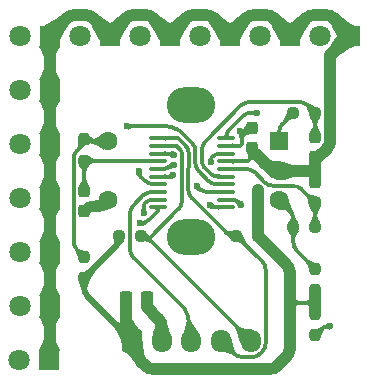
<source format=gbr>
%TF.GenerationSoftware,KiCad,Pcbnew,8.0.1+1*%
%TF.CreationDate,2024-05-08T14:56:33-06:00*%
%TF.ProjectId,encoder-to-i2c-tssop20.kicad_pro,656e636f-6465-4722-9d74-6f2d6932632d,rev?*%
%TF.SameCoordinates,Original*%
%TF.FileFunction,Copper,L1,Top*%
%TF.FilePolarity,Positive*%
%FSLAX46Y46*%
G04 Gerber Fmt 4.6, Leading zero omitted, Abs format (unit mm)*
G04 Created by KiCad (PCBNEW 8.0.1+1) date 2024-05-08 14:56:33*
%MOMM*%
%LPD*%
G01*
G04 APERTURE LIST*
G04 Aperture macros list*
%AMRoundRect*
0 Rectangle with rounded corners*
0 $1 Rounding radius*
0 $2 $3 $4 $5 $6 $7 $8 $9 X,Y pos of 4 corners*
0 Add a 4 corners polygon primitive as box body*
4,1,4,$2,$3,$4,$5,$6,$7,$8,$9,$2,$3,0*
0 Add four circle primitives for the rounded corners*
1,1,$1+$1,$2,$3*
1,1,$1+$1,$4,$5*
1,1,$1+$1,$6,$7*
1,1,$1+$1,$8,$9*
0 Add four rect primitives between the rounded corners*
20,1,$1+$1,$2,$3,$4,$5,0*
20,1,$1+$1,$4,$5,$6,$7,0*
20,1,$1+$1,$6,$7,$8,$9,0*
20,1,$1+$1,$8,$9,$2,$3,0*%
G04 Aperture macros list end*
%TA.AperFunction,SMDPad,CuDef*%
%ADD10RoundRect,0.237500X-0.250000X-0.237500X0.250000X-0.237500X0.250000X0.237500X-0.250000X0.237500X0*%
%TD*%
%TA.AperFunction,SMDPad,CuDef*%
%ADD11RoundRect,0.237500X0.237500X-0.250000X0.237500X0.250000X-0.237500X0.250000X-0.237500X-0.250000X0*%
%TD*%
%TA.AperFunction,SMDPad,CuDef*%
%ADD12RoundRect,0.237500X-0.237500X0.300000X-0.237500X-0.300000X0.237500X-0.300000X0.237500X0.300000X0*%
%TD*%
%TA.AperFunction,SMDPad,CuDef*%
%ADD13RoundRect,0.237500X0.250000X0.237500X-0.250000X0.237500X-0.250000X-0.237500X0.250000X-0.237500X0*%
%TD*%
%TA.AperFunction,SMDPad,CuDef*%
%ADD14RoundRect,0.237500X-0.237500X0.250000X-0.237500X-0.250000X0.237500X-0.250000X0.237500X0.250000X0*%
%TD*%
%TA.AperFunction,SMDPad,CuDef*%
%ADD15RoundRect,0.237500X-0.300000X-0.237500X0.300000X-0.237500X0.300000X0.237500X-0.300000X0.237500X0*%
%TD*%
%TA.AperFunction,ComponentPad*%
%ADD16RoundRect,0.250000X-0.600000X-0.725000X0.600000X-0.725000X0.600000X0.725000X-0.600000X0.725000X0*%
%TD*%
%TA.AperFunction,ComponentPad*%
%ADD17O,1.700000X1.950000*%
%TD*%
%TA.AperFunction,SMDPad,CuDef*%
%ADD18RoundRect,0.100000X0.637500X0.100000X-0.637500X0.100000X-0.637500X-0.100000X0.637500X-0.100000X0*%
%TD*%
%TA.AperFunction,SMDPad,CuDef*%
%ADD19RoundRect,0.237500X0.237500X-0.300000X0.237500X0.300000X-0.237500X0.300000X-0.237500X-0.300000X0*%
%TD*%
%TA.AperFunction,ComponentPad*%
%ADD20R,1.800000X1.800000*%
%TD*%
%TA.AperFunction,ComponentPad*%
%ADD21C,1.800000*%
%TD*%
%TA.AperFunction,ComponentPad*%
%ADD22RoundRect,0.250000X0.550000X0.550000X-0.550000X0.550000X-0.550000X-0.550000X0.550000X-0.550000X0*%
%TD*%
%TA.AperFunction,ComponentPad*%
%ADD23C,1.600000*%
%TD*%
%TA.AperFunction,ComponentPad*%
%ADD24O,4.100000X3.000000*%
%TD*%
%TA.AperFunction,ViaPad*%
%ADD25C,0.600000*%
%TD*%
%TA.AperFunction,ViaPad*%
%ADD26C,1.000000*%
%TD*%
%TA.AperFunction,Conductor*%
%ADD27C,1.000000*%
%TD*%
%TA.AperFunction,Conductor*%
%ADD28C,0.500000*%
%TD*%
%TA.AperFunction,Conductor*%
%ADD29C,0.300000*%
%TD*%
%TA.AperFunction,Conductor*%
%ADD30C,0.951600*%
%TD*%
G04 APERTURE END LIST*
D10*
%TO.P,R5,1*%
%TO.N,Net-(R2-Pad2)*%
X55447500Y-45870000D03*
%TO.P,R5,2*%
%TO.N,Net-(U2-PA1)*%
X57272500Y-45870000D03*
%TD*%
D11*
%TO.P,R1,1*%
%TO.N,+3V3*%
X37714500Y-59887000D03*
%TO.P,R1,2*%
%TO.N,Net-(R1-Pad2)*%
X37714500Y-58062000D03*
%TD*%
D12*
%TO.P,C2,1*%
%TO.N,Net-(U2-PC4)*%
X37714500Y-52474000D03*
%TO.P,C2,2*%
%TO.N,GND*%
X37714500Y-54199000D03*
%TD*%
D11*
%TO.P,R3,1*%
%TO.N,+3V3*%
X57272500Y-60903000D03*
%TO.P,R3,2*%
%TO.N,Net-(R3-Pad2)*%
X57272500Y-59078000D03*
%TD*%
D13*
%TO.P,R8,1*%
%TO.N,+3V3*%
X52446500Y-56284000D03*
%TO.P,R8,2*%
%TO.N,/SDA*%
X50621500Y-56284000D03*
%TD*%
D14*
%TO.P,R2,1*%
%TO.N,+3V3*%
X57272500Y-62888000D03*
%TO.P,R2,2*%
%TO.N,Net-(R2-Pad2)*%
X57272500Y-64713000D03*
%TD*%
D10*
%TO.P,R4,1*%
%TO.N,Net-(R3-Pad2)*%
X55447500Y-55522000D03*
%TO.P,R4,2*%
%TO.N,Net-(U2-PA2)*%
X57272500Y-55522000D03*
%TD*%
D15*
%TO.P,C5,1*%
%TO.N,+3V3*%
X41301500Y-61468000D03*
%TO.P,C5,2*%
%TO.N,GND*%
X43026500Y-61468000D03*
%TD*%
D10*
%TO.P,R7,1*%
%TO.N,+3V3*%
X40715500Y-56284000D03*
%TO.P,R7,2*%
%TO.N,/SCL*%
X42540500Y-56284000D03*
%TD*%
D12*
%TO.P,C1,1*%
%TO.N,+3V3*%
X51938500Y-47140000D03*
%TO.P,C1,2*%
%TO.N,GND*%
X51938500Y-48865000D03*
%TD*%
D16*
%TO.P,J1,1,Pin_1*%
%TO.N,+3V3*%
X41811500Y-65174000D03*
D17*
%TO.P,J1,2,Pin_2*%
%TO.N,GND*%
X44311500Y-65174000D03*
%TO.P,J1,3,Pin_3*%
%TO.N,/SWD*%
X46811500Y-65174000D03*
%TO.P,J1,4,Pin_4*%
%TO.N,/SDA*%
X49311500Y-65174000D03*
%TO.P,J1,5,Pin_5*%
%TO.N,/SCL*%
X51811500Y-65174000D03*
%TD*%
D18*
%TO.P,U2,1,PD4*%
%TO.N,/PD4*%
X49721000Y-53875000D03*
%TO.P,U2,2,PD5*%
%TO.N,/PD5*%
X49721000Y-53225000D03*
%TO.P,U2,3,PD6*%
%TO.N,/PD6*%
X49721000Y-52575000D03*
%TO.P,U2,4,PD7*%
%TO.N,/PD7*%
X49721000Y-51925000D03*
%TO.P,U2,5,PA1*%
%TO.N,Net-(U2-PA1)*%
X49721000Y-51275000D03*
%TO.P,U2,6,PA2*%
%TO.N,Net-(U2-PA2)*%
X49721000Y-50625000D03*
%TO.P,U2,7,VSS*%
%TO.N,GND*%
X49721000Y-49975000D03*
%TO.P,U2,8,PD0*%
%TO.N,/PD0*%
X49721000Y-49325000D03*
%TO.P,U2,9,VDD*%
%TO.N,+3V3*%
X49721000Y-48675000D03*
%TO.P,U2,10,PC0*%
%TO.N,/PC0*%
X49721000Y-48025000D03*
%TO.P,U2,11,PC1*%
%TO.N,/SDA*%
X43996000Y-48025000D03*
%TO.P,U2,12,PC2*%
%TO.N,/SCL*%
X43996000Y-48675000D03*
%TO.P,U2,13,PC3*%
%TO.N,/PC3*%
X43996000Y-49325000D03*
%TO.P,U2,14,PC4*%
%TO.N,Net-(U2-PC4)*%
X43996000Y-49975000D03*
%TO.P,U2,15,PC5*%
%TO.N,/PC5*%
X43996000Y-50625000D03*
%TO.P,U2,16,PC6*%
%TO.N,/PC6*%
X43996000Y-51275000D03*
%TO.P,U2,17,PC7*%
%TO.N,/PC7*%
X43996000Y-51925000D03*
%TO.P,U2,18,PD1*%
%TO.N,/SWD*%
X43996000Y-52575000D03*
%TO.P,U2,19,PD2*%
%TO.N,/PD2*%
X43996000Y-53225000D03*
%TO.P,U2,20,PD3*%
%TO.N,/PD3*%
X43996000Y-53875000D03*
%TD*%
D19*
%TO.P,C3,1*%
%TO.N,Net-(U2-PA2)*%
X57272500Y-53490000D03*
%TO.P,C3,2*%
%TO.N,GND*%
X57272500Y-51765000D03*
%TD*%
D12*
%TO.P,C4,1*%
%TO.N,Net-(U2-PA1)*%
X57272500Y-47902000D03*
%TO.P,C4,2*%
%TO.N,GND*%
X57272500Y-49627000D03*
%TD*%
D14*
%TO.P,R6,1*%
%TO.N,Net-(R1-Pad2)*%
X37714500Y-48109000D03*
%TO.P,R6,2*%
%TO.N,Net-(U2-PC4)*%
X37714500Y-49934000D03*
%TD*%
D20*
%TO.P,D2,1,K*%
%TO.N,GND*%
X55123000Y-39370000D03*
D21*
%TO.P,D2,2,A*%
%TO.N,Net-(D2-A)*%
X52583000Y-39370000D03*
%TD*%
D20*
%TO.P,D1,1,K*%
%TO.N,GND*%
X60198000Y-39370000D03*
D21*
%TO.P,D1,2,A*%
%TO.N,Net-(D1-A)*%
X57658000Y-39370000D03*
%TD*%
D22*
%TO.P,SW1,A,A*%
%TO.N,Net-(R2-Pad2)*%
X54240000Y-48300000D03*
D23*
%TO.P,SW1,B,B*%
%TO.N,Net-(R3-Pad2)*%
X54240000Y-53300000D03*
%TO.P,SW1,C,C*%
%TO.N,GND*%
X54240000Y-50800000D03*
%TO.P,SW1,S1,S1*%
%TO.N,Net-(R1-Pad2)*%
X39740000Y-48300000D03*
%TO.P,SW1,S2,S2*%
%TO.N,GND*%
X39740000Y-53300000D03*
D24*
%TO.P,SW1,SH*%
%TO.N,N/C*%
X46740000Y-56400000D03*
X46740000Y-45200000D03*
%TD*%
D20*
%TO.P,D10,1,K*%
%TO.N,GND*%
X34798000Y-57658000D03*
D21*
%TO.P,D10,2,A*%
%TO.N,Net-(D10-A)*%
X32258000Y-57658000D03*
%TD*%
D20*
%TO.P,D4,1,K*%
%TO.N,GND*%
X44958000Y-39370000D03*
D21*
%TO.P,D4,2,A*%
%TO.N,Net-(D4-A)*%
X42418000Y-39370000D03*
%TD*%
D20*
%TO.P,D9,1,K*%
%TO.N,GND*%
X34798000Y-53086000D03*
D21*
%TO.P,D9,2,A*%
%TO.N,Net-(D9-A)*%
X32258000Y-53086000D03*
%TD*%
D20*
%TO.P,D3,1,K*%
%TO.N,GND*%
X50038000Y-39370000D03*
D21*
%TO.P,D3,2,A*%
%TO.N,Net-(D3-A)*%
X47498000Y-39370000D03*
%TD*%
D20*
%TO.P,D5,1,K*%
%TO.N,GND*%
X39878000Y-39370000D03*
D21*
%TO.P,D5,2,A*%
%TO.N,Net-(D5-A)*%
X37338000Y-39370000D03*
%TD*%
D20*
%TO.P,D8,1,K*%
%TO.N,GND*%
X34798000Y-48514000D03*
D21*
%TO.P,D8,2,A*%
%TO.N,Net-(D8-A)*%
X32258000Y-48514000D03*
%TD*%
D20*
%TO.P,D7,1,K*%
%TO.N,GND*%
X34798000Y-43942000D03*
D21*
%TO.P,D7,2,A*%
%TO.N,Net-(D7-A)*%
X32258000Y-43942000D03*
%TD*%
D20*
%TO.P,D11,1,K*%
%TO.N,GND*%
X34798000Y-62230000D03*
D21*
%TO.P,D11,2,A*%
%TO.N,Net-(D11-A)*%
X32258000Y-62230000D03*
%TD*%
D20*
%TO.P,D6,1,K*%
%TO.N,GND*%
X34798000Y-39370000D03*
D21*
%TO.P,D6,2,A*%
%TO.N,Net-(D6-A)*%
X32258000Y-39370000D03*
%TD*%
D20*
%TO.P,D12,1,K*%
%TO.N,GND*%
X34786100Y-66814000D03*
D21*
%TO.P,D12,2,A*%
%TO.N,Net-(D12-A)*%
X32246100Y-66814000D03*
%TD*%
D25*
%TO.N,+3V3*%
X50907100Y-47402700D03*
X52545800Y-52305000D03*
D26*
%TO.N,GND*%
X58502136Y-48514000D03*
D25*
%TO.N,Net-(R2-Pad2)*%
X58526200Y-63931800D03*
%TO.N,/PC0*%
X52392400Y-45864000D03*
%TO.N,/PC3*%
X45311800Y-49421200D03*
%TO.N,/PC5*%
X45296700Y-50273000D03*
%TO.N,/PC6*%
X45290200Y-51124800D03*
%TO.N,/PC7*%
X42355400Y-50838200D03*
%TO.N,/PD7*%
X41334500Y-47022300D03*
%TO.N,/PD6*%
X47250400Y-52081500D03*
%TO.N,/PD5*%
X51029400Y-53654900D03*
%TO.N,/PD4*%
X48391700Y-53682000D03*
%TO.N,/PD3*%
X42418700Y-55223400D03*
%TO.N,/PD2*%
X42755900Y-54338700D03*
%TO.N,/PD0*%
X48431100Y-50055200D03*
%TD*%
D27*
%TO.N,+3V3*%
X42887107Y-67271107D02*
X42571964Y-66955964D01*
D28*
X40422607Y-57178893D02*
X37714500Y-59887000D01*
D29*
X51054000Y-48514000D02*
X51054000Y-47752000D01*
D27*
X57272500Y-61976000D02*
X57272500Y-62888000D01*
D29*
X55118000Y-61976000D02*
X57272500Y-61976000D01*
D27*
X52446500Y-52404300D02*
X52446500Y-56284000D01*
D28*
X37714500Y-60662786D02*
X37714500Y-59887000D01*
D27*
X54825107Y-66586893D02*
X54140893Y-67271107D01*
X55118000Y-61976000D02*
X55118000Y-59369714D01*
D28*
X52545800Y-52305000D02*
X52446500Y-52404300D01*
X51080100Y-47575700D02*
X50907100Y-47402700D01*
D27*
X57272500Y-60903000D02*
X57272500Y-61976000D01*
D28*
X41811500Y-65174000D02*
X38007393Y-61369893D01*
D29*
X49721000Y-48675000D02*
X50893000Y-48675000D01*
D27*
X41301500Y-61468000D02*
X41301500Y-64664000D01*
X42341987Y-66597961D02*
X41811500Y-65174000D01*
X54825107Y-58662607D02*
X52446500Y-56284000D01*
X53433786Y-67564000D02*
X43594214Y-67564000D01*
D28*
X51054000Y-47752000D02*
X51666000Y-47140000D01*
X41301500Y-64664000D02*
X41811500Y-65174000D01*
D29*
X50893000Y-48675000D02*
X51054000Y-48514000D01*
D27*
X55118000Y-61976000D02*
X55118000Y-65879786D01*
D28*
X40715500Y-56471786D02*
G75*
G02*
X40422614Y-57178900I-1000000J-14D01*
G01*
D27*
X55118000Y-65879786D02*
G75*
G02*
X54825114Y-66586900I-1000000J-14D01*
G01*
X53433786Y-67564000D02*
G75*
G03*
X54140900Y-67271114I14J1000000D01*
G01*
X55118000Y-59369714D02*
G75*
G03*
X54825114Y-58662600I-1000000J14D01*
G01*
X42571964Y-66955964D02*
G75*
G02*
X42342008Y-66597953I707136J707064D01*
G01*
X42887107Y-67271107D02*
G75*
G03*
X43594214Y-67563990I707093J707107D01*
G01*
D28*
X38007393Y-61369893D02*
G75*
G02*
X37714510Y-60662786I707107J707093D01*
G01*
D27*
%TO.N,GND*%
X37845986Y-37608000D02*
X36900814Y-37608000D01*
X34798000Y-43942000D02*
X34798000Y-48514000D01*
X41238307Y-37884893D02*
X39878000Y-39245200D01*
X57272500Y-50800000D02*
X57272500Y-51765000D01*
X52240400Y-49356400D02*
X53391107Y-50507107D01*
D29*
X49721000Y-49975000D02*
X51625000Y-49975000D01*
D27*
X34798000Y-53086000D02*
X34798000Y-48514000D01*
X58546300Y-48220086D02*
X58546300Y-41021700D01*
X47023914Y-37592000D02*
X47972086Y-37592000D01*
D30*
X38804100Y-53762600D02*
X38565114Y-53762600D01*
D27*
X44958000Y-39243700D02*
X46316807Y-37884893D01*
D29*
X51625000Y-49975000D02*
X51938500Y-49661500D01*
D27*
X34798000Y-57658000D02*
X34798000Y-62230000D01*
X43026500Y-61468000D02*
X43026500Y-62330500D01*
X34798000Y-39370000D02*
X34798000Y-43942000D01*
X48679193Y-37884893D02*
X50038000Y-39243700D01*
X34798000Y-53086000D02*
X34798000Y-57658000D01*
X52137828Y-37592000D02*
X53086000Y-37592000D01*
X34798000Y-62230000D02*
X34798000Y-66802100D01*
X57553600Y-49627000D02*
X58253407Y-48927193D01*
X38863186Y-53762600D02*
X38804100Y-53762600D01*
X44311500Y-64029714D02*
X44311500Y-65174000D01*
X43026500Y-62330500D02*
X44018607Y-63322607D01*
X60198000Y-39370000D02*
X58546300Y-41021700D01*
X50071914Y-39243700D02*
X51430721Y-37884893D01*
X39913400Y-39261200D02*
X38553093Y-37900893D01*
X36193707Y-37900893D02*
X34833400Y-39261200D01*
X57272500Y-49627000D02*
X57553600Y-49627000D01*
D29*
X51938500Y-49661500D02*
X51938500Y-48865000D01*
D27*
X42890586Y-37592000D02*
X41945414Y-37592000D01*
X57217828Y-37592000D02*
X58166000Y-37592000D01*
X55151914Y-39243700D02*
X56510721Y-37884893D01*
X54240000Y-50800000D02*
X57272500Y-50800000D01*
X53793107Y-37884893D02*
X55151914Y-39243700D01*
X57272500Y-49627000D02*
X57272500Y-50800000D01*
X58873107Y-37884893D02*
X60231914Y-39243700D01*
X44958000Y-39245200D02*
X43597693Y-37884893D01*
D30*
X37858007Y-54055493D02*
X37714500Y-54199000D01*
D27*
X38553093Y-37900893D02*
G75*
G03*
X37845986Y-37608010I-707093J-707107D01*
G01*
X57217828Y-37592000D02*
G75*
G03*
X56510707Y-37884879I-28J-1000000D01*
G01*
X47023914Y-37592000D02*
G75*
G03*
X46316800Y-37884886I-14J-1000000D01*
G01*
X52137828Y-37592000D02*
G75*
G03*
X51430707Y-37884879I-28J-1000000D01*
G01*
X54098214Y-50800000D02*
G75*
G02*
X53391100Y-50507114I-14J1000000D01*
G01*
X53793107Y-37884893D02*
G75*
G03*
X53086000Y-37592000I-707107J-707107D01*
G01*
X58873107Y-37884893D02*
G75*
G03*
X58166000Y-37592000I-707107J-707107D01*
G01*
D30*
X38565114Y-53762600D02*
G75*
G03*
X37858000Y-54055486I-14J-1000000D01*
G01*
D27*
X48679193Y-37884893D02*
G75*
G03*
X47972086Y-37592010I-707093J-707107D01*
G01*
X43597693Y-37884893D02*
G75*
G03*
X42890586Y-37592010I-707093J-707107D01*
G01*
X41238307Y-37884893D02*
G75*
G02*
X41945414Y-37592010I707093J-707107D01*
G01*
X36193707Y-37900893D02*
G75*
G02*
X36900814Y-37608010I707093J-707107D01*
G01*
X38863186Y-53762600D02*
G75*
G03*
X39570300Y-53469714I14J1000000D01*
G01*
X58546300Y-48220086D02*
G75*
G02*
X58253414Y-48927200I-1000000J-14D01*
G01*
X44018607Y-63322607D02*
G75*
G02*
X44311490Y-64029714I-707107J-707093D01*
G01*
D29*
%TO.N,Net-(U2-PC4)*%
X43955000Y-49934000D02*
X37714500Y-49934000D01*
X37714500Y-49934000D02*
X37714500Y-52474000D01*
%TO.N,Net-(U2-PA2)*%
X53697414Y-52050000D02*
X55418286Y-52050000D01*
X56125393Y-52342893D02*
X57272500Y-53490000D01*
X52151093Y-50917893D02*
X52990307Y-51757107D01*
X57272500Y-53490000D02*
X57272500Y-55522000D01*
X49721000Y-50625000D02*
X51443986Y-50625000D01*
X56125393Y-52342893D02*
G75*
G03*
X55418286Y-52050010I-707093J-707107D01*
G01*
X51443986Y-50625000D02*
G75*
G02*
X52151100Y-50917886I14J-1000000D01*
G01*
X53697414Y-52050000D02*
G75*
G02*
X52990300Y-51757114I-14J1000000D01*
G01*
%TO.N,Net-(U2-PA1)*%
X48004693Y-48283307D02*
X51029307Y-45258693D01*
X49721000Y-51275000D02*
X49072614Y-51275000D01*
X51736414Y-44965800D02*
X55954086Y-44965800D01*
X47711800Y-50127020D02*
X47711800Y-48990414D01*
X48365507Y-50982107D02*
X47854197Y-50470797D01*
X57272500Y-45870000D02*
X57272500Y-47902000D01*
X56661193Y-45258693D02*
X57272500Y-45870000D01*
X49072614Y-51275000D02*
G75*
G02*
X48365500Y-50982114I-14J1000000D01*
G01*
X48004693Y-48283307D02*
G75*
G03*
X47711810Y-48990414I707107J-707093D01*
G01*
X51029307Y-45258693D02*
G75*
G02*
X51736414Y-44965810I707093J-707107D01*
G01*
X47711800Y-50127020D02*
G75*
G03*
X47854202Y-50470792I486200J20D01*
G01*
X56661193Y-45258693D02*
G75*
G03*
X55954086Y-44965810I-707093J-707107D01*
G01*
%TO.N,/SCL*%
X42822000Y-56565500D02*
X43202900Y-56565500D01*
X43203000Y-56565400D02*
X45704107Y-54064293D01*
X45602500Y-48719500D02*
X43996000Y-48675000D01*
X46013500Y-51545900D02*
X46013500Y-49335900D01*
X51811500Y-65174000D02*
X43203000Y-56565400D01*
X45868260Y-48985260D02*
X45602500Y-48719500D01*
X45997000Y-51562400D02*
X46013500Y-51545900D01*
X43202900Y-56565500D02*
X43203000Y-56565400D01*
X45997000Y-53357186D02*
X45997000Y-51562400D01*
X45997000Y-53357186D02*
G75*
G02*
X45704114Y-54064300I-1000000J-14D01*
G01*
X45868259Y-48985261D02*
G75*
G02*
X46013493Y-49335900I-350659J-350639D01*
G01*
%TO.N,/SDA*%
X43996000Y-48025000D02*
X45688200Y-48025000D01*
X50621500Y-56284000D02*
X52800207Y-58462707D01*
X45688200Y-48025000D02*
X46302907Y-48639707D01*
X46595800Y-49346814D02*
X46548700Y-51790900D01*
X52800207Y-66110793D02*
X52651493Y-66259507D01*
X53093100Y-59169814D02*
X53093100Y-65403686D01*
X51944386Y-66552400D02*
X51104114Y-66552400D01*
X46548700Y-51790900D02*
X46548700Y-52417086D01*
X50397007Y-66259507D02*
X49311500Y-65174000D01*
X46841593Y-53124193D02*
X49708507Y-55991107D01*
X46302907Y-48639707D02*
G75*
G02*
X46595790Y-49346814I-707107J-707093D01*
G01*
X52800207Y-58462707D02*
G75*
G02*
X53093090Y-59169814I-707107J-707093D01*
G01*
X52800207Y-66110793D02*
G75*
G03*
X53093090Y-65403686I-707107J707093D01*
G01*
X49708507Y-55991107D02*
G75*
G03*
X50415614Y-56283990I707093J707107D01*
G01*
X46548700Y-52417086D02*
G75*
G03*
X46841586Y-53124200I1000000J-14D01*
G01*
X52651493Y-66259507D02*
G75*
G02*
X51944386Y-66552390I-707093J707107D01*
G01*
X50397007Y-66259507D02*
G75*
G03*
X51104114Y-66552390I707093J707107D01*
G01*
%TO.N,/SWD*%
X41908093Y-58164093D02*
X46232584Y-62488584D01*
X46736000Y-65098500D02*
X46811500Y-65174000D01*
X46519737Y-63088703D02*
X46736000Y-65098500D01*
X41615200Y-54412514D02*
X41615200Y-57456986D01*
X42745607Y-52867893D02*
X41908093Y-53705407D01*
X41908093Y-53705407D02*
G75*
G03*
X41615210Y-54412514I707107J-707093D01*
G01*
X46232584Y-62488584D02*
G75*
G02*
X46519749Y-63088702I-707084J-707116D01*
G01*
X41615200Y-57456986D02*
G75*
G03*
X41908086Y-58164100I1000000J-14D01*
G01*
X43452714Y-52575000D02*
G75*
G03*
X42745600Y-52867886I-14J-1000000D01*
G01*
%TO.N,Net-(R1-Pad2)*%
X39740000Y-48300000D02*
X37905500Y-48300000D01*
X36833600Y-49786114D02*
X36833600Y-56766886D01*
X37126493Y-57473993D02*
X37714500Y-58062000D01*
X37905500Y-48300000D02*
X37126493Y-49079007D01*
X37126493Y-49079007D02*
G75*
G03*
X36833610Y-49786114I707107J-707093D01*
G01*
X37126493Y-57473993D02*
G75*
G02*
X36833610Y-56766886I707107J707093D01*
G01*
%TO.N,Net-(R2-Pad2)*%
X54532893Y-46784607D02*
X55447500Y-45870000D01*
X54240000Y-48300000D02*
X54240000Y-47491714D01*
X58526200Y-63931800D02*
X58467914Y-63931800D01*
X57760807Y-64224693D02*
X57272500Y-64713000D01*
X54532893Y-46784607D02*
G75*
G03*
X54240010Y-47491714I707107J-707093D01*
G01*
X57760807Y-64224693D02*
G75*
G02*
X58467914Y-63931810I707093J-707107D01*
G01*
%TO.N,Net-(R3-Pad2)*%
X57272500Y-59078000D02*
X55740393Y-57545893D01*
X55447500Y-54921714D02*
X55447500Y-55522000D01*
X54240000Y-53300000D02*
X55154607Y-54214607D01*
X55447500Y-56838786D02*
X55447500Y-55522000D01*
X55447500Y-54921714D02*
G75*
G03*
X55154614Y-54214600I-1000000J14D01*
G01*
X55740393Y-57545893D02*
G75*
G02*
X55447510Y-56838786I707107J707093D01*
G01*
%TO.N,/PC0*%
X51866814Y-45864000D02*
X52392400Y-45864000D01*
X50013893Y-47302707D02*
X51159707Y-46156893D01*
X51159707Y-46156893D02*
G75*
G02*
X51866814Y-45864010I707093J-707107D01*
G01*
X49721000Y-48009814D02*
G75*
G02*
X50013886Y-47302700I1000000J14D01*
G01*
%TO.N,/PC3*%
X45215600Y-49325000D02*
X45311800Y-49421200D01*
X43996000Y-49325000D02*
X45215600Y-49325000D01*
%TO.N,/PC5*%
X45149700Y-50273000D02*
X45090593Y-50332107D01*
X45296700Y-50273000D02*
X45149700Y-50273000D01*
X45090593Y-50332107D02*
G75*
G02*
X44383486Y-50624990I-707093J707107D01*
G01*
%TO.N,/PC6*%
X43996000Y-51275000D02*
X45140000Y-51275000D01*
X45140000Y-51275000D02*
X45290200Y-51124800D01*
%TO.N,/PC7*%
X42355400Y-51106800D02*
X42355400Y-50838200D01*
X42880707Y-51632107D02*
X42355400Y-51106800D01*
X43587814Y-51925000D02*
G75*
G02*
X42880700Y-51632114I-14J1000000D01*
G01*
%TO.N,/PD7*%
X41334500Y-47022300D02*
X44731335Y-47022300D01*
X48937014Y-51925000D02*
X49721000Y-51925000D01*
X45053052Y-47075464D02*
X45537967Y-47240229D01*
X45923358Y-47479958D02*
X46854607Y-48411207D01*
X47440393Y-50842593D02*
X48229907Y-51632107D01*
X47147500Y-49118314D02*
X47147500Y-50135486D01*
X45923358Y-47479958D02*
G75*
G03*
X45537958Y-47240255I-707058J-707142D01*
G01*
X47147500Y-50135486D02*
G75*
G03*
X47440386Y-50842600I1000000J-14D01*
G01*
X45053052Y-47075464D02*
G75*
G03*
X44731335Y-47022289I-321752J-946836D01*
G01*
X46854607Y-48411207D02*
G75*
G02*
X47147490Y-49118314I-707107J-707093D01*
G01*
X48229907Y-51632107D02*
G75*
G03*
X48937014Y-51924990I707093J707107D01*
G01*
%TO.N,/PD6*%
X47451007Y-52282107D02*
X47250400Y-52081500D01*
X49721000Y-52575000D02*
X48158114Y-52575000D01*
X48158114Y-52575000D02*
G75*
G02*
X47451000Y-52282114I-14J1000000D01*
G01*
%TO.N,/PD5*%
X50892393Y-53517893D02*
X51029400Y-53654900D01*
X50185286Y-53225000D02*
G75*
G02*
X50892400Y-53517886I14J-1000000D01*
G01*
%TO.N,/PD4*%
X49721000Y-53875000D02*
X48584700Y-53875000D01*
X48584700Y-53875000D02*
X48391700Y-53682000D01*
%TO.N,/PD3*%
X42513186Y-55223400D02*
X42418700Y-55223400D01*
X43996000Y-54154800D02*
X43220293Y-54930507D01*
X43996000Y-53875000D02*
X43996000Y-54154800D01*
X43220293Y-54930507D02*
G75*
G02*
X42513186Y-55223390I-707093J707107D01*
G01*
%TO.N,/PD2*%
X42755900Y-53647100D02*
X42755900Y-54338700D01*
X42885107Y-53517893D02*
X42755900Y-53647100D01*
X43592214Y-53225000D02*
G75*
G03*
X42885100Y-53517886I-14J-1000000D01*
G01*
%TO.N,/PD0*%
X48431100Y-50055200D02*
X48431100Y-49754600D01*
X48431100Y-49754600D02*
X48567807Y-49617893D01*
X48567807Y-49617893D02*
G75*
G02*
X49274914Y-49325010I707093J-707107D01*
G01*
%TD*%
%TA.AperFunction,Conductor*%
%TO.N,+3V3*%
G36*
X40722042Y-56290615D02*
G01*
X41066113Y-56722119D01*
X41068591Y-56730723D01*
X41065387Y-56737533D01*
X40981056Y-56824984D01*
X40981045Y-56824997D01*
X40889604Y-56933319D01*
X40889591Y-56933334D01*
X40798147Y-57055161D01*
X40706697Y-57190490D01*
X40622872Y-57326914D01*
X40615621Y-57332169D01*
X40606778Y-57330758D01*
X40604765Y-57329196D01*
X40259319Y-56994808D01*
X40255769Y-56986942D01*
X40253289Y-56933321D01*
X40250387Y-56870564D01*
X40248014Y-56824983D01*
X40244793Y-56763091D01*
X40239197Y-56669089D01*
X40233593Y-56588476D01*
X40228666Y-56529478D01*
X40231392Y-56520948D01*
X40235191Y-56517990D01*
X40707766Y-56287394D01*
X40716702Y-56286847D01*
X40722042Y-56290615D01*
G37*
%TD.AperFunction*%
%TD*%
%TA.AperFunction,Conductor*%
%TO.N,+3V3*%
G36*
X51472761Y-46889986D02*
G01*
X51549492Y-46930997D01*
X51933634Y-47136314D01*
X51939314Y-47143235D01*
X51939771Y-47145588D01*
X51986358Y-47665528D01*
X51983683Y-47674074D01*
X51975749Y-47678225D01*
X51975434Y-47678249D01*
X51915584Y-47681986D01*
X51850824Y-47686030D01*
X51798294Y-47694501D01*
X51714221Y-47708059D01*
X51714208Y-47708062D01*
X51577622Y-47743588D01*
X51577609Y-47743592D01*
X51441001Y-47792623D01*
X51311794Y-47851767D01*
X51302845Y-47852095D01*
X51298651Y-47849402D01*
X50959384Y-47510135D01*
X50955957Y-47501862D01*
X50959384Y-47493589D01*
X50959632Y-47493347D01*
X51053378Y-47405286D01*
X51155908Y-47295473D01*
X51258439Y-47172161D01*
X51360969Y-47035348D01*
X51457583Y-46893709D01*
X51465073Y-46888808D01*
X51472761Y-46889986D01*
G37*
%TD.AperFunction*%
%TD*%
%TA.AperFunction,Conductor*%
%TO.N,GND*%
G36*
X34806268Y-43949277D02*
G01*
X35691518Y-44835511D01*
X35694940Y-44843785D01*
X35693246Y-44849843D01*
X35654746Y-44913368D01*
X35618000Y-44974000D01*
X35617997Y-44974006D01*
X35617995Y-44974009D01*
X35538003Y-45129993D01*
X35457993Y-45310013D01*
X35378000Y-45513995D01*
X35300746Y-45734174D01*
X35294773Y-45740846D01*
X35289706Y-45742000D01*
X34306294Y-45742000D01*
X34298021Y-45738573D01*
X34295254Y-45734174D01*
X34217998Y-45513995D01*
X34138005Y-45310013D01*
X34138000Y-45310000D01*
X34057999Y-45130000D01*
X33977999Y-44974000D01*
X33902752Y-44849842D01*
X33901396Y-44840992D01*
X33904478Y-44835514D01*
X34789722Y-43949286D01*
X34797994Y-43945856D01*
X34806268Y-43949277D01*
G37*
%TD.AperFunction*%
%TD*%
%TA.AperFunction,Conductor*%
%TO.N,/SCL*%
G36*
X43026261Y-56018476D02*
G01*
X43119356Y-56178810D01*
X43119364Y-56178822D01*
X43119373Y-56178837D01*
X43218281Y-56329687D01*
X43317215Y-56461076D01*
X43317223Y-56461086D01*
X43416142Y-56572958D01*
X43416148Y-56572964D01*
X43506230Y-56657085D01*
X43509938Y-56665236D01*
X43506796Y-56673621D01*
X43506518Y-56673909D01*
X43308164Y-56872261D01*
X43299891Y-56875688D01*
X43295989Y-56875018D01*
X43125731Y-56814788D01*
X43125721Y-56814785D01*
X43125720Y-56814784D01*
X43125718Y-56814784D01*
X43078080Y-56803173D01*
X42948492Y-56771588D01*
X42771262Y-56747891D01*
X42594034Y-56743695D01*
X42433279Y-56757577D01*
X42424741Y-56754874D01*
X42420615Y-56746927D01*
X42420943Y-56742996D01*
X42538558Y-56288068D01*
X42543946Y-56280917D01*
X43010336Y-56014195D01*
X43019219Y-56013063D01*
X43026261Y-56018476D01*
G37*
%TD.AperFunction*%
%TD*%
%TA.AperFunction,Conductor*%
%TO.N,Net-(U2-PC4)*%
G36*
X43361804Y-49776035D02*
G01*
X43956449Y-49962298D01*
X43963320Y-49968041D01*
X43964117Y-49976960D01*
X43958374Y-49983831D01*
X43955663Y-49984845D01*
X43290337Y-50143308D01*
X43283328Y-50142808D01*
X43241101Y-50126128D01*
X43241082Y-50126121D01*
X43195452Y-50111097D01*
X43195449Y-50111096D01*
X43181446Y-50107405D01*
X43149801Y-50099064D01*
X43123069Y-50093775D01*
X43104137Y-50090029D01*
X43068667Y-50085343D01*
X43060914Y-50080862D01*
X43058500Y-50073744D01*
X43058500Y-49796547D01*
X43061927Y-49788274D01*
X43070200Y-49784847D01*
X43071011Y-49784875D01*
X43091057Y-49786279D01*
X43118482Y-49788199D01*
X43118487Y-49788199D01*
X43118500Y-49788200D01*
X43178500Y-49789400D01*
X43238500Y-49787600D01*
X43298500Y-49782800D01*
X43298512Y-49782798D01*
X43298517Y-49782798D01*
X43298518Y-49782798D01*
X43353900Y-49775598D01*
X43355408Y-49775500D01*
X43358307Y-49775500D01*
X43361804Y-49776035D01*
G37*
%TD.AperFunction*%
%TD*%
%TA.AperFunction,Conductor*%
%TO.N,GND*%
G36*
X56167639Y-37536076D02*
G01*
X56854626Y-38234547D01*
X56857985Y-38242848D01*
X56855987Y-38249291D01*
X56693660Y-38490097D01*
X56525993Y-38762825D01*
X56358336Y-39059537D01*
X56190668Y-39380267D01*
X56027733Y-39715266D01*
X56021032Y-39721207D01*
X56012928Y-39721037D01*
X55126809Y-39372479D01*
X55120365Y-39366262D01*
X55120356Y-39366241D01*
X54740872Y-38490097D01*
X54736599Y-38480232D01*
X54736456Y-38471280D01*
X54742176Y-38465082D01*
X55017756Y-38329684D01*
X55303345Y-38165368D01*
X55588933Y-37977053D01*
X55874522Y-37764737D01*
X56151840Y-37535265D01*
X56160398Y-37532632D01*
X56167639Y-37536076D01*
G37*
%TD.AperFunction*%
%TD*%
%TA.AperFunction,Conductor*%
%TO.N,/PD0*%
G36*
X48470013Y-49520135D02*
G01*
X48470560Y-49520648D01*
X48667312Y-49717400D01*
X48670739Y-49725673D01*
X48668980Y-49731842D01*
X48634186Y-49787908D01*
X48642673Y-49843489D01*
X48642675Y-49843494D01*
X48676612Y-49900029D01*
X48676836Y-49900419D01*
X48712868Y-49966033D01*
X48714090Y-49969390D01*
X48728336Y-50041258D01*
X48726583Y-50050040D01*
X48719134Y-50055010D01*
X48716887Y-50055233D01*
X48435279Y-50055895D01*
X48426997Y-50052488D01*
X48426950Y-50052441D01*
X48226675Y-49850826D01*
X48223276Y-49842541D01*
X48226189Y-49834855D01*
X48286032Y-49766801D01*
X48325331Y-49705562D01*
X48355155Y-49649741D01*
X48355625Y-49648942D01*
X48394206Y-49588820D01*
X48395247Y-49587440D01*
X48453504Y-49521193D01*
X48461538Y-49517245D01*
X48470013Y-49520135D01*
G37*
%TD.AperFunction*%
%TD*%
%TA.AperFunction,Conductor*%
%TO.N,GND*%
G36*
X50361856Y-49775895D02*
G01*
X50418500Y-49791000D01*
X50478500Y-49804000D01*
X50538500Y-49813999D01*
X50538513Y-49814000D01*
X50538516Y-49814001D01*
X50538524Y-49814002D01*
X50593870Y-49820458D01*
X50598500Y-49820999D01*
X50647579Y-49824271D01*
X50655605Y-49828241D01*
X50658500Y-49835945D01*
X50658500Y-50114054D01*
X50655073Y-50122327D01*
X50647578Y-50125728D01*
X50598496Y-50129000D01*
X50598483Y-50129001D01*
X50538524Y-50135996D01*
X50538516Y-50135997D01*
X50478501Y-50145998D01*
X50437613Y-50154857D01*
X50418500Y-50158999D01*
X50418492Y-50159000D01*
X50418474Y-50159005D01*
X50375486Y-50170468D01*
X50371711Y-50170838D01*
X50358851Y-50170000D01*
X50358841Y-50170000D01*
X50358693Y-50170000D01*
X50358690Y-50170000D01*
X50347933Y-50170817D01*
X50343550Y-50170316D01*
X49755644Y-49986164D01*
X49748773Y-49980421D01*
X49747976Y-49971502D01*
X49753719Y-49964631D01*
X49755633Y-49963838D01*
X50355196Y-49776035D01*
X50358693Y-49775500D01*
X50358841Y-49775500D01*
X50361856Y-49775895D01*
G37*
%TD.AperFunction*%
%TD*%
%TA.AperFunction,Conductor*%
%TO.N,Net-(R3-Pad2)*%
G36*
X55550528Y-54583499D02*
G01*
X55618243Y-54733512D01*
X55618248Y-54733523D01*
X55690619Y-54874354D01*
X55690636Y-54874384D01*
X55762995Y-54995697D01*
X55763011Y-54995723D01*
X55797206Y-55043839D01*
X55835386Y-55097563D01*
X55861678Y-55127476D01*
X55899397Y-55170390D01*
X55902285Y-55178866D01*
X55898333Y-55186902D01*
X55897604Y-55187493D01*
X55454664Y-55517864D01*
X55445984Y-55520063D01*
X55440953Y-55518066D01*
X54988772Y-55201108D01*
X54983965Y-55193553D01*
X54985907Y-55184811D01*
X54986700Y-55183803D01*
X54998488Y-55170390D01*
X55036203Y-55127476D01*
X55094327Y-55043843D01*
X55152451Y-54942714D01*
X55210575Y-54824088D01*
X55266827Y-54692352D01*
X55273107Y-54686141D01*
X55535388Y-54577504D01*
X55544342Y-54577504D01*
X55550528Y-54583499D01*
G37*
%TD.AperFunction*%
%TD*%
%TA.AperFunction,Conductor*%
%TO.N,Net-(R3-Pad2)*%
G36*
X54977007Y-52998425D02*
G01*
X54983331Y-53004765D01*
X54983425Y-53005000D01*
X55111751Y-53336022D01*
X55111963Y-53336616D01*
X55192882Y-53584207D01*
X55192984Y-53584534D01*
X55256788Y-53800998D01*
X55337856Y-54049053D01*
X55466482Y-54380858D01*
X55466277Y-54389811D01*
X55460050Y-54395896D01*
X55202445Y-54502594D01*
X55193490Y-54502594D01*
X55188153Y-54498153D01*
X55117861Y-54389811D01*
X55023322Y-54244096D01*
X54817757Y-54147793D01*
X54817754Y-54147792D01*
X54571294Y-54135879D01*
X54279764Y-54126866D01*
X54277240Y-54126510D01*
X53946934Y-54042433D01*
X53939762Y-54037072D01*
X53938482Y-54028209D01*
X53939001Y-54026642D01*
X54237762Y-53303567D01*
X54244086Y-53297232D01*
X54968053Y-52998414D01*
X54977007Y-52998425D01*
G37*
%TD.AperFunction*%
%TD*%
%TA.AperFunction,Conductor*%
%TO.N,/PC5*%
G36*
X45092866Y-50069140D02*
G01*
X45093319Y-50069565D01*
X45295946Y-50270951D01*
X45298522Y-50274809D01*
X45406757Y-50538593D01*
X45406727Y-50547547D01*
X45400374Y-50553858D01*
X45399644Y-50554130D01*
X45338213Y-50574677D01*
X45332975Y-50575181D01*
X45290200Y-50569550D01*
X45146493Y-50588469D01*
X45146484Y-50588472D01*
X45067224Y-50621301D01*
X45064593Y-50622045D01*
X44965625Y-50637860D01*
X44965610Y-50637864D01*
X44834755Y-50681631D01*
X44825822Y-50681005D01*
X44820235Y-50675012D01*
X44784390Y-50588472D01*
X44719785Y-50432498D01*
X44719785Y-50423545D01*
X44726117Y-50417213D01*
X44728902Y-50416445D01*
X44734893Y-50415573D01*
X44839983Y-50364198D01*
X44839984Y-50364197D01*
X44839986Y-50364196D01*
X44922695Y-50281486D01*
X44922698Y-50281483D01*
X44953563Y-50218345D01*
X44954660Y-50216542D01*
X44998554Y-50157359D01*
X44999211Y-50156553D01*
X45076348Y-50070082D01*
X45084412Y-50066190D01*
X45092866Y-50069140D01*
G37*
%TD.AperFunction*%
%TD*%
%TA.AperFunction,Conductor*%
%TO.N,GND*%
G36*
X35297979Y-60433427D02*
G01*
X35300746Y-60437826D01*
X35378000Y-60658004D01*
X35457993Y-60861986D01*
X35457997Y-60861995D01*
X35457999Y-60862000D01*
X35538000Y-61042000D01*
X35618000Y-61198000D01*
X35689746Y-61316380D01*
X35693246Y-61322156D01*
X35694603Y-61331007D01*
X35691518Y-61336489D01*
X34806278Y-62222712D01*
X34798006Y-62226143D01*
X34789731Y-62222721D01*
X34789722Y-62222712D01*
X34346180Y-61778677D01*
X33904480Y-61336487D01*
X33901059Y-61328214D01*
X33902752Y-61322158D01*
X33977999Y-61198000D01*
X34057999Y-61042000D01*
X34138000Y-60862000D01*
X34218000Y-60658000D01*
X34295254Y-60437825D01*
X34301227Y-60431154D01*
X34306294Y-60430000D01*
X35289706Y-60430000D01*
X35297979Y-60433427D01*
G37*
%TD.AperFunction*%
%TD*%
%TA.AperFunction,Conductor*%
%TO.N,Net-(R3-Pad2)*%
G36*
X56640249Y-58231048D02*
G01*
X56689443Y-58264454D01*
X56797145Y-58337590D01*
X56797147Y-58337591D01*
X56962048Y-58430068D01*
X57126949Y-58503045D01*
X57209399Y-58529783D01*
X57291846Y-58556521D01*
X57291848Y-58556521D01*
X57291850Y-58556522D01*
X57443342Y-58587737D01*
X57450754Y-58592763D01*
X57452440Y-58601557D01*
X57451933Y-58603313D01*
X57274997Y-59073945D01*
X57268878Y-59080483D01*
X57268503Y-59080645D01*
X56808762Y-59270109D01*
X56799807Y-59270093D01*
X56793487Y-59263750D01*
X56793316Y-59263310D01*
X56722028Y-59068364D01*
X56646543Y-58881444D01*
X56571078Y-58714069D01*
X56571048Y-58714008D01*
X56495593Y-58566150D01*
X56495579Y-58566126D01*
X56424700Y-58445548D01*
X56423461Y-58436679D01*
X56426511Y-58431348D01*
X56625405Y-58232454D01*
X56633677Y-58229028D01*
X56640249Y-58231048D01*
G37*
%TD.AperFunction*%
%TD*%
%TA.AperFunction,Conductor*%
%TO.N,GND*%
G36*
X35297896Y-65017427D02*
G01*
X35300699Y-65021929D01*
X35375624Y-65242011D01*
X35453235Y-65445990D01*
X35530865Y-65626013D01*
X35608472Y-65781987D01*
X35608475Y-65781992D01*
X35608479Y-65782000D01*
X35681490Y-65906161D01*
X35681514Y-65906201D01*
X35682753Y-65915070D01*
X35679706Y-65920401D01*
X34794404Y-66806685D01*
X34786132Y-66810116D01*
X34777858Y-66806694D01*
X33898516Y-65920532D01*
X33895121Y-65912246D01*
X33896854Y-65906163D01*
X33973227Y-65782000D01*
X34054420Y-65626000D01*
X34135613Y-65446000D01*
X34216806Y-65242000D01*
X34295231Y-65021774D01*
X34301235Y-65015131D01*
X34306253Y-65014000D01*
X35289623Y-65014000D01*
X35297896Y-65017427D01*
G37*
%TD.AperFunction*%
%TD*%
%TA.AperFunction,Conductor*%
%TO.N,GND*%
G36*
X35297979Y-55861427D02*
G01*
X35300746Y-55865826D01*
X35378000Y-56086004D01*
X35457993Y-56289986D01*
X35457997Y-56289995D01*
X35457999Y-56290000D01*
X35538000Y-56470000D01*
X35618000Y-56626000D01*
X35689746Y-56744380D01*
X35693246Y-56750156D01*
X35694603Y-56759007D01*
X35691518Y-56764489D01*
X34806278Y-57650712D01*
X34798006Y-57654143D01*
X34789731Y-57650721D01*
X34789722Y-57650712D01*
X34346180Y-57206677D01*
X33904480Y-56764487D01*
X33901059Y-56756214D01*
X33902752Y-56750158D01*
X33977999Y-56626000D01*
X34057999Y-56470000D01*
X34138000Y-56290000D01*
X34218000Y-56086000D01*
X34295254Y-55865825D01*
X34301227Y-55859154D01*
X34306294Y-55858000D01*
X35289706Y-55858000D01*
X35297979Y-55861427D01*
G37*
%TD.AperFunction*%
%TD*%
%TA.AperFunction,Conductor*%
%TO.N,GND*%
G36*
X34806268Y-53093277D02*
G01*
X35691518Y-53979511D01*
X35694940Y-53987785D01*
X35693246Y-53993843D01*
X35654746Y-54057368D01*
X35618000Y-54118000D01*
X35617997Y-54118006D01*
X35617995Y-54118009D01*
X35538003Y-54273993D01*
X35457993Y-54454013D01*
X35378000Y-54657995D01*
X35300746Y-54878174D01*
X35294773Y-54884846D01*
X35289706Y-54886000D01*
X34306294Y-54886000D01*
X34298021Y-54882573D01*
X34295254Y-54878174D01*
X34217998Y-54657995D01*
X34138005Y-54454013D01*
X34138000Y-54454000D01*
X34057999Y-54274000D01*
X33977999Y-54118000D01*
X33902752Y-53993842D01*
X33901396Y-53984992D01*
X33904478Y-53979514D01*
X34789722Y-53093286D01*
X34797994Y-53089856D01*
X34806268Y-53093277D01*
G37*
%TD.AperFunction*%
%TD*%
%TA.AperFunction,Conductor*%
%TO.N,+3V3*%
G36*
X57085644Y-61524890D02*
G01*
X57085938Y-61525540D01*
X57271627Y-61971503D01*
X57271644Y-61980457D01*
X57271627Y-61980497D01*
X57085938Y-62426459D01*
X57079594Y-62432780D01*
X57070640Y-62432763D01*
X57069990Y-62432469D01*
X56885454Y-62342078D01*
X56884401Y-62341493D01*
X56748357Y-62256493D01*
X56723952Y-62242490D01*
X56629052Y-62188039D01*
X56484577Y-62142520D01*
X56283291Y-62126840D01*
X56275309Y-62122781D01*
X56272500Y-62115175D01*
X56272500Y-61836824D01*
X56275927Y-61828551D01*
X56283290Y-61825159D01*
X56484577Y-61809479D01*
X56629052Y-61763959D01*
X56748355Y-61695507D01*
X56884408Y-61610500D01*
X56885446Y-61609924D01*
X57069990Y-61519529D01*
X57078927Y-61518968D01*
X57085644Y-61524890D01*
G37*
%TD.AperFunction*%
%TD*%
%TA.AperFunction,Conductor*%
%TO.N,GND*%
G36*
X54252587Y-50000979D02*
G01*
X54639754Y-50031117D01*
X54641840Y-50031472D01*
X54905331Y-50101588D01*
X54919877Y-50105459D01*
X54920942Y-50105798D01*
X55159592Y-50194400D01*
X55439184Y-50268800D01*
X55829210Y-50299160D01*
X55837190Y-50303218D01*
X55840000Y-50310824D01*
X55840000Y-51289175D01*
X55836573Y-51297448D01*
X55829208Y-51300840D01*
X55439183Y-51331200D01*
X55439181Y-51331200D01*
X55159592Y-51405600D01*
X55159581Y-51405603D01*
X55159580Y-51405603D01*
X54920940Y-51494201D01*
X54919877Y-51494540D01*
X54641847Y-51568525D01*
X54639746Y-51568883D01*
X54252592Y-51599019D01*
X54244078Y-51596244D01*
X54240019Y-51588262D01*
X54239984Y-51587369D01*
X54239960Y-51568525D01*
X54239000Y-50800000D01*
X54239984Y-50012629D01*
X54243421Y-50004362D01*
X54251699Y-50000945D01*
X54252587Y-50000979D01*
G37*
%TD.AperFunction*%
%TD*%
%TA.AperFunction,Conductor*%
%TO.N,/PD6*%
G36*
X49086804Y-52376035D02*
G01*
X49686355Y-52563835D01*
X49693226Y-52569578D01*
X49694023Y-52578497D01*
X49688280Y-52585368D01*
X49686355Y-52586165D01*
X49086804Y-52773965D01*
X49083307Y-52774500D01*
X49083159Y-52774500D01*
X49080144Y-52774105D01*
X49023520Y-52759004D01*
X49023513Y-52759002D01*
X49023500Y-52758999D01*
X48991075Y-52751973D01*
X48963498Y-52745998D01*
X48903483Y-52735997D01*
X48903475Y-52735996D01*
X48843516Y-52729001D01*
X48843503Y-52729000D01*
X48794422Y-52725728D01*
X48786395Y-52721758D01*
X48783500Y-52714054D01*
X48783500Y-52435945D01*
X48786927Y-52427672D01*
X48794420Y-52424271D01*
X48843500Y-52420999D01*
X48880413Y-52416692D01*
X48903475Y-52414002D01*
X48903483Y-52414001D01*
X48903483Y-52414000D01*
X48903500Y-52413999D01*
X48963500Y-52404000D01*
X49023500Y-52391000D01*
X49080144Y-52375895D01*
X49083159Y-52375500D01*
X49083307Y-52375500D01*
X49086804Y-52376035D01*
G37*
%TD.AperFunction*%
%TD*%
%TA.AperFunction,Conductor*%
%TO.N,/SDA*%
G36*
X50141833Y-64887961D02*
G01*
X50147788Y-64894649D01*
X50148129Y-64895826D01*
X50226368Y-65229985D01*
X50307568Y-65535368D01*
X50388769Y-65799327D01*
X50388771Y-65799334D01*
X50469970Y-66021864D01*
X50469977Y-66021881D01*
X50548526Y-66197075D01*
X50548784Y-66206026D01*
X50547578Y-66208362D01*
X50390551Y-66443375D01*
X50383106Y-66448350D01*
X50375045Y-66447049D01*
X50136744Y-66311708D01*
X50136739Y-66311705D01*
X50136733Y-66311702D01*
X50136730Y-66311701D01*
X49888972Y-66209371D01*
X49841333Y-66197075D01*
X49641206Y-66145420D01*
X49641203Y-66145419D01*
X49641200Y-66145419D01*
X49393438Y-66119851D01*
X49160288Y-66131910D01*
X49151849Y-66128915D01*
X49148000Y-66120830D01*
X49148152Y-66118252D01*
X49309499Y-65180245D01*
X49314279Y-65172673D01*
X49317186Y-65171178D01*
X50132893Y-64887442D01*
X50141833Y-64887961D01*
G37*
%TD.AperFunction*%
%TD*%
%TA.AperFunction,Conductor*%
%TO.N,Net-(U2-PC4)*%
G36*
X37721507Y-49938243D02*
G01*
X38095198Y-50217854D01*
X38162226Y-50268007D01*
X38166798Y-50275707D01*
X38164714Y-50284208D01*
X38110045Y-50360195D01*
X38110034Y-50360211D01*
X38048653Y-50465028D01*
X37987270Y-50589349D01*
X37987269Y-50589351D01*
X37925881Y-50733182D01*
X37867350Y-50888916D01*
X37861232Y-50895455D01*
X37856398Y-50896500D01*
X37572602Y-50896500D01*
X37564329Y-50893073D01*
X37561650Y-50888916D01*
X37503117Y-50733183D01*
X37503117Y-50733182D01*
X37503115Y-50733177D01*
X37441731Y-50589354D01*
X37380347Y-50465032D01*
X37318963Y-50360209D01*
X37264285Y-50284208D01*
X37262235Y-50275491D01*
X37266772Y-50268008D01*
X37707491Y-49938243D01*
X37716168Y-49936031D01*
X37721507Y-49938243D01*
G37*
%TD.AperFunction*%
%TD*%
%TA.AperFunction,Conductor*%
%TO.N,GND*%
G36*
X40895276Y-37536140D02*
G01*
X41120127Y-37764742D01*
X41582310Y-38234634D01*
X41585669Y-38242935D01*
X41583757Y-38249247D01*
X41426741Y-38489045D01*
X41264555Y-38760740D01*
X41102365Y-39056443D01*
X40940185Y-39376125D01*
X40782649Y-39709970D01*
X40776019Y-39715990D01*
X40767840Y-39715886D01*
X39881819Y-39372457D01*
X39875343Y-39366272D01*
X39513401Y-38541911D01*
X39486306Y-38480199D01*
X39486118Y-38471246D01*
X39491795Y-38465026D01*
X39762990Y-38329690D01*
X39762990Y-38329689D01*
X39763000Y-38329685D01*
X40044172Y-38165371D01*
X40325345Y-37977056D01*
X40606517Y-37764742D01*
X40879409Y-37535387D01*
X40887946Y-37532689D01*
X40895276Y-37536140D01*
G37*
%TD.AperFunction*%
%TD*%
%TA.AperFunction,Conductor*%
%TO.N,/PD3*%
G36*
X44003952Y-53883475D02*
G01*
X44109535Y-54017289D01*
X44150174Y-54068794D01*
X44152608Y-54077411D01*
X44151141Y-54081857D01*
X44127459Y-54123192D01*
X44099879Y-54174323D01*
X44072268Y-54228518D01*
X44044682Y-54285660D01*
X44024084Y-54330570D01*
X44017520Y-54336661D01*
X44008571Y-54336327D01*
X44005176Y-54333965D01*
X43805603Y-54134392D01*
X43804391Y-54132969D01*
X43792796Y-54116914D01*
X43780652Y-54102634D01*
X43768509Y-54090889D01*
X43757854Y-54082807D01*
X43753336Y-54075079D01*
X43755605Y-54066416D01*
X43757642Y-54064332D01*
X43987516Y-53881598D01*
X43996124Y-53879134D01*
X44003952Y-53883475D01*
G37*
%TD.AperFunction*%
%TD*%
%TA.AperFunction,Conductor*%
%TO.N,Net-(R2-Pad2)*%
G36*
X54971092Y-45689918D02*
G01*
X55443446Y-45867503D01*
X55449983Y-45873621D01*
X55450145Y-45873996D01*
X55638928Y-46332084D01*
X55638912Y-46341039D01*
X55632569Y-46347359D01*
X55630602Y-46347974D01*
X55589679Y-46356891D01*
X55476849Y-46381477D01*
X55476846Y-46381478D01*
X55476845Y-46381478D01*
X55309451Y-46437453D01*
X55309443Y-46437456D01*
X55142055Y-46512927D01*
X55142045Y-46512932D01*
X54974658Y-46607901D01*
X54974635Y-46607915D01*
X54815258Y-46716906D01*
X54806495Y-46718747D01*
X54800381Y-46715521D01*
X54601473Y-46516613D01*
X54598046Y-46508340D01*
X54599624Y-46502473D01*
X54668080Y-46384371D01*
X54668093Y-46384348D01*
X54741067Y-46238953D01*
X54741073Y-46238939D01*
X54814046Y-46074047D01*
X54887022Y-45889649D01*
X54955994Y-45696939D01*
X54962009Y-45690306D01*
X54970953Y-45689867D01*
X54971092Y-45689918D01*
G37*
%TD.AperFunction*%
%TD*%
%TA.AperFunction,Conductor*%
%TO.N,GND*%
G36*
X34806268Y-57665277D02*
G01*
X35691518Y-58551511D01*
X35694940Y-58559785D01*
X35693246Y-58565843D01*
X35654746Y-58629368D01*
X35618000Y-58690000D01*
X35617997Y-58690006D01*
X35617995Y-58690009D01*
X35538003Y-58845993D01*
X35457993Y-59026013D01*
X35378000Y-59229995D01*
X35300746Y-59450174D01*
X35294773Y-59456846D01*
X35289706Y-59458000D01*
X34306294Y-59458000D01*
X34298021Y-59454573D01*
X34295254Y-59450174D01*
X34217998Y-59229995D01*
X34138005Y-59026013D01*
X34138000Y-59026000D01*
X34057999Y-58846000D01*
X33977999Y-58690000D01*
X33902752Y-58565842D01*
X33901396Y-58556992D01*
X33904478Y-58551514D01*
X34789722Y-57665286D01*
X34797994Y-57661856D01*
X34806268Y-57665277D01*
G37*
%TD.AperFunction*%
%TD*%
%TA.AperFunction,Conductor*%
%TO.N,+3V3*%
G36*
X42657958Y-65011486D02*
G01*
X42662905Y-65018949D01*
X42663034Y-65019759D01*
X42704780Y-65358616D01*
X42748077Y-65689054D01*
X42791360Y-65998392D01*
X42814886Y-66155114D01*
X42834644Y-66286732D01*
X42868002Y-66492769D01*
X42876965Y-66548125D01*
X42874904Y-66556840D01*
X42873626Y-66558330D01*
X42175685Y-67245933D01*
X42167387Y-67249298D01*
X42159139Y-67245809D01*
X42157722Y-67244063D01*
X42105257Y-67164926D01*
X41990961Y-66992519D01*
X41816353Y-66750139D01*
X41665069Y-66558330D01*
X41641755Y-66528771D01*
X41641745Y-66528759D01*
X41467148Y-66328391D01*
X41467144Y-66328386D01*
X41467138Y-66328380D01*
X41298481Y-66155113D01*
X41295167Y-66146795D01*
X41296533Y-66141465D01*
X41536859Y-65689018D01*
X41808182Y-65178213D01*
X41815090Y-65172515D01*
X41816260Y-65172222D01*
X42649182Y-65009707D01*
X42657958Y-65011486D01*
G37*
%TD.AperFunction*%
%TD*%
%TA.AperFunction,Conductor*%
%TO.N,GND*%
G36*
X35297979Y-46717427D02*
G01*
X35300746Y-46721826D01*
X35378000Y-46942004D01*
X35457993Y-47145986D01*
X35457997Y-47145995D01*
X35457999Y-47146000D01*
X35538000Y-47326000D01*
X35618000Y-47482000D01*
X35689746Y-47600380D01*
X35693246Y-47606156D01*
X35694603Y-47615007D01*
X35691518Y-47620489D01*
X34806278Y-48506712D01*
X34798006Y-48510143D01*
X34789731Y-48506721D01*
X34789722Y-48506712D01*
X34346180Y-48062677D01*
X33904480Y-47620487D01*
X33901059Y-47612214D01*
X33902752Y-47606158D01*
X33977999Y-47482000D01*
X34057999Y-47326000D01*
X34138000Y-47146000D01*
X34218000Y-46942000D01*
X34295254Y-46721825D01*
X34301227Y-46715154D01*
X34306294Y-46714000D01*
X35289706Y-46714000D01*
X35297979Y-46717427D01*
G37*
%TD.AperFunction*%
%TD*%
%TA.AperFunction,Conductor*%
%TO.N,Net-(U2-PA2)*%
G36*
X50361856Y-50425895D02*
G01*
X50418500Y-50441000D01*
X50478500Y-50454000D01*
X50538500Y-50463999D01*
X50538513Y-50464000D01*
X50538516Y-50464001D01*
X50538524Y-50464002D01*
X50593870Y-50470458D01*
X50598500Y-50470999D01*
X50647579Y-50474271D01*
X50655605Y-50478241D01*
X50658500Y-50485945D01*
X50658500Y-50764054D01*
X50655073Y-50772327D01*
X50647578Y-50775728D01*
X50598496Y-50779000D01*
X50598483Y-50779001D01*
X50538524Y-50785996D01*
X50538516Y-50785997D01*
X50478501Y-50795998D01*
X50440378Y-50804258D01*
X50418500Y-50808999D01*
X50418491Y-50809001D01*
X50418479Y-50809004D01*
X50361856Y-50824105D01*
X50358841Y-50824500D01*
X50358693Y-50824500D01*
X50355196Y-50823965D01*
X49755644Y-50636165D01*
X49748773Y-50630422D01*
X49747976Y-50621503D01*
X49753719Y-50614632D01*
X49755644Y-50613835D01*
X50355196Y-50426035D01*
X50358693Y-50425500D01*
X50358841Y-50425500D01*
X50361856Y-50425895D01*
G37*
%TD.AperFunction*%
%TD*%
%TA.AperFunction,Conductor*%
%TO.N,/PD2*%
G36*
X42902844Y-53742127D02*
G01*
X42906265Y-53750023D01*
X42909910Y-53863213D01*
X42909912Y-53863228D01*
X42923019Y-53951094D01*
X42923022Y-53951103D01*
X42946839Y-54025233D01*
X42946845Y-54025250D01*
X42982983Y-54108536D01*
X43028339Y-54213013D01*
X43028490Y-54221966D01*
X43022266Y-54228404D01*
X43022118Y-54228468D01*
X42760411Y-54337815D01*
X42751456Y-54337842D01*
X42751389Y-54337815D01*
X42489681Y-54228468D01*
X42483369Y-54222116D01*
X42483396Y-54213161D01*
X42483460Y-54213013D01*
X42528815Y-54108536D01*
X42564953Y-54025250D01*
X42564958Y-54025239D01*
X42588778Y-53951100D01*
X42601888Y-53863220D01*
X42605535Y-53750022D01*
X42609227Y-53741865D01*
X42617229Y-53738700D01*
X42894571Y-53738700D01*
X42902844Y-53742127D01*
G37*
%TD.AperFunction*%
%TD*%
%TA.AperFunction,Conductor*%
%TO.N,GND*%
G36*
X51087628Y-37536065D02*
G01*
X51774610Y-38234531D01*
X51777969Y-38242831D01*
X51775955Y-38249297D01*
X51612666Y-38490273D01*
X51443992Y-38763202D01*
X51275336Y-39060097D01*
X51106670Y-39381010D01*
X50942748Y-39716225D01*
X50936035Y-39722151D01*
X50927944Y-39721969D01*
X50041807Y-39372483D01*
X50035370Y-39366262D01*
X49652554Y-38480239D01*
X49652418Y-38471286D01*
X49658144Y-38465093D01*
X49934526Y-38329684D01*
X50220922Y-38165368D01*
X50344362Y-38084201D01*
X50507305Y-37977062D01*
X50507316Y-37977054D01*
X50507318Y-37977053D01*
X50793714Y-37764737D01*
X51071842Y-37535244D01*
X51080403Y-37532622D01*
X51087628Y-37536065D01*
G37*
%TD.AperFunction*%
%TD*%
%TA.AperFunction,Conductor*%
%TO.N,/SWD*%
G36*
X43976373Y-52570726D02*
G01*
X43987593Y-52572851D01*
X43995084Y-52577758D01*
X43997114Y-52584110D01*
X44000724Y-52762563D01*
X43997465Y-52770904D01*
X43989263Y-52774498D01*
X43989026Y-52774500D01*
X43966025Y-52774500D01*
X43965858Y-52774499D01*
X43963590Y-52774466D01*
X43825880Y-52772502D01*
X43825873Y-52772502D01*
X43825872Y-52772502D01*
X43650800Y-52773004D01*
X43576158Y-52774498D01*
X43575924Y-52774500D01*
X43325237Y-52774500D01*
X43257105Y-52784427D01*
X43257102Y-52784428D01*
X43257058Y-52784450D01*
X43256895Y-52784492D01*
X43256239Y-52784695D01*
X43256229Y-52784665D01*
X43252563Y-52785617D01*
X43133772Y-52792065D01*
X43125325Y-52789091D01*
X43122329Y-52784859D01*
X43122160Y-52784450D01*
X43016190Y-52528609D01*
X43016190Y-52519657D01*
X43022522Y-52513325D01*
X43024791Y-52512644D01*
X43061842Y-52505533D01*
X43112987Y-52492717D01*
X43164131Y-52476900D01*
X43164144Y-52476894D01*
X43164151Y-52476893D01*
X43194033Y-52465899D01*
X43215276Y-52458084D01*
X43263151Y-52437662D01*
X43269912Y-52436929D01*
X43976373Y-52570726D01*
G37*
%TD.AperFunction*%
%TD*%
%TA.AperFunction,Conductor*%
%TO.N,+3V3*%
G36*
X51274293Y-47843202D02*
G01*
X51280602Y-47849558D01*
X51280617Y-47858395D01*
X51246255Y-47943059D01*
X51246244Y-47943087D01*
X51222385Y-48012890D01*
X51222383Y-48012899D01*
X51209777Y-48075467D01*
X51204846Y-48149056D01*
X51204846Y-48149064D01*
X51204095Y-48240396D01*
X51200600Y-48248641D01*
X51192395Y-48252000D01*
X50915604Y-48252000D01*
X50907331Y-48248573D01*
X50903904Y-48240397D01*
X50903153Y-48149063D01*
X50898222Y-48075466D01*
X50885616Y-48012904D01*
X50885614Y-48012898D01*
X50885612Y-48012890D01*
X50861753Y-47943087D01*
X50861751Y-47943082D01*
X50861748Y-47943073D01*
X50827382Y-47858394D01*
X50827446Y-47849440D01*
X50833704Y-47843203D01*
X51049484Y-47752889D01*
X51058437Y-47752857D01*
X51274293Y-47843202D01*
G37*
%TD.AperFunction*%
%TD*%
%TA.AperFunction,Conductor*%
%TO.N,GND*%
G36*
X59307663Y-39001199D02*
G01*
X60194215Y-39367437D01*
X60200553Y-39373763D01*
X60200562Y-39373784D01*
X60566574Y-40259790D01*
X60566565Y-40268745D01*
X60560841Y-40274796D01*
X60259677Y-40419982D01*
X60259673Y-40419984D01*
X59948549Y-40593972D01*
X59948529Y-40593984D01*
X59637423Y-40791960D01*
X59326281Y-41013961D01*
X59023324Y-41253491D01*
X59014709Y-41255934D01*
X59007795Y-41252586D01*
X58315237Y-40560028D01*
X58311810Y-40551755D01*
X58314159Y-40544723D01*
X58506040Y-40289715D01*
X58704030Y-40002588D01*
X58902020Y-39691461D01*
X59100010Y-39356334D01*
X59292952Y-39006364D01*
X59299946Y-39000775D01*
X59307663Y-39001199D01*
G37*
%TD.AperFunction*%
%TD*%
%TA.AperFunction,Conductor*%
%TO.N,/PD4*%
G36*
X48611331Y-53478912D02*
G01*
X48612017Y-53479664D01*
X48671343Y-53550671D01*
X48672168Y-53551788D01*
X48717453Y-53621319D01*
X48760430Y-53676294D01*
X48820285Y-53712165D01*
X48820287Y-53712166D01*
X48906461Y-53723647D01*
X48914209Y-53728137D01*
X48916616Y-53735245D01*
X48916616Y-54012892D01*
X48913189Y-54021165D01*
X48904916Y-54024592D01*
X48904515Y-54024585D01*
X48786661Y-54020544D01*
X48785719Y-54020474D01*
X48694171Y-54009892D01*
X48693665Y-54009822D01*
X48614399Y-53997137D01*
X48522125Y-53986471D01*
X48522132Y-53986471D01*
X48402961Y-53982386D01*
X48394810Y-53978678D01*
X48391662Y-53970732D01*
X48390853Y-53728137D01*
X48390716Y-53686884D01*
X48394114Y-53678601D01*
X48594784Y-53478872D01*
X48603066Y-53475466D01*
X48611331Y-53478912D01*
G37*
%TD.AperFunction*%
%TD*%
%TA.AperFunction,Conductor*%
%TO.N,GND*%
G36*
X39182630Y-52742931D02*
G01*
X39184399Y-52744382D01*
X39701407Y-53260477D01*
X39737559Y-53296565D01*
X39740993Y-53304835D01*
X39740993Y-53304860D01*
X39740013Y-54089128D01*
X39736576Y-54097396D01*
X39729156Y-54100783D01*
X39505872Y-54116910D01*
X39342179Y-54157231D01*
X39342159Y-54157237D01*
X39202422Y-54205195D01*
X39201422Y-54205489D01*
X39039190Y-54245450D01*
X39037235Y-54245760D01*
X38816643Y-54261693D01*
X38808144Y-54258871D01*
X38804130Y-54250866D01*
X38804100Y-54250023D01*
X38804100Y-53271866D01*
X38807527Y-53263593D01*
X38813119Y-53260478D01*
X38944564Y-53229553D01*
X39008069Y-53142328D01*
X39038318Y-53018984D01*
X39038416Y-53018616D01*
X39078694Y-52878580D01*
X39080201Y-52875330D01*
X39166405Y-52746166D01*
X39173846Y-52741189D01*
X39182630Y-52742931D01*
G37*
%TD.AperFunction*%
%TD*%
%TA.AperFunction,Conductor*%
%TO.N,Net-(R1-Pad2)*%
G36*
X38139086Y-47717490D02*
G01*
X38139605Y-47718070D01*
X38238161Y-47835784D01*
X38344746Y-47943588D01*
X38451330Y-48031892D01*
X38451332Y-48031893D01*
X38451333Y-48031894D01*
X38451334Y-48031895D01*
X38504622Y-48066294D01*
X38557915Y-48100696D01*
X38574745Y-48108481D01*
X38657712Y-48146860D01*
X38663782Y-48153444D01*
X38664500Y-48157479D01*
X38664500Y-48437075D01*
X38661073Y-48445348D01*
X38652800Y-48448775D01*
X38651639Y-48448717D01*
X38540179Y-48437599D01*
X38415860Y-48444241D01*
X38415854Y-48444241D01*
X38291532Y-48469925D01*
X38291520Y-48469929D01*
X38167216Y-48514649D01*
X38167204Y-48514654D01*
X38051952Y-48573771D01*
X38043027Y-48574498D01*
X38037035Y-48570081D01*
X37966757Y-48469925D01*
X37719267Y-48117219D01*
X37717321Y-48108481D01*
X37720749Y-48102055D01*
X38122544Y-47717134D01*
X38130888Y-47713887D01*
X38139086Y-47717490D01*
G37*
%TD.AperFunction*%
%TD*%
%TA.AperFunction,Conductor*%
%TO.N,/SCL*%
G36*
X44692351Y-48495293D02*
G01*
X44738708Y-48511500D01*
X44788425Y-48525881D01*
X44838141Y-48537262D01*
X44887858Y-48545643D01*
X44926841Y-48549863D01*
X44934696Y-48554159D01*
X44937277Y-48561818D01*
X44929590Y-48839303D01*
X44925935Y-48847478D01*
X44917660Y-48850677D01*
X44870119Y-48849727D01*
X44870091Y-48849727D01*
X44811002Y-48851543D01*
X44810939Y-48851546D01*
X44751833Y-48856360D01*
X44751811Y-48856362D01*
X44751807Y-48856363D01*
X44751788Y-48856365D01*
X44751784Y-48856366D01*
X44692667Y-48864179D01*
X44692638Y-48864183D01*
X44637278Y-48874309D01*
X44635173Y-48874500D01*
X44633694Y-48874500D01*
X44630196Y-48873965D01*
X44574009Y-48856363D01*
X44519553Y-48839303D01*
X44033936Y-48687170D01*
X44027066Y-48681427D01*
X44026269Y-48672507D01*
X44032012Y-48665637D01*
X44034478Y-48664685D01*
X44685544Y-48495017D01*
X44692351Y-48495293D01*
G37*
%TD.AperFunction*%
%TD*%
%TA.AperFunction,Conductor*%
%TO.N,/PC5*%
G36*
X44845581Y-50372737D02*
G01*
X44880835Y-50425499D01*
X44986600Y-50583791D01*
X44988347Y-50592574D01*
X44983372Y-50600019D01*
X44980208Y-50601505D01*
X44943057Y-50612556D01*
X44943034Y-50612563D01*
X44943031Y-50612564D01*
X44890648Y-50631146D01*
X44871457Y-50639052D01*
X44838281Y-50652721D01*
X44838253Y-50652733D01*
X44785890Y-50677305D01*
X44785869Y-50677316D01*
X44736656Y-50703231D01*
X44729955Y-50704512D01*
X44004943Y-50626605D01*
X43997083Y-50622314D01*
X43994519Y-50615745D01*
X43994308Y-50612564D01*
X43982747Y-50437972D01*
X43985619Y-50429492D01*
X43993648Y-50425526D01*
X43994421Y-50425500D01*
X44666757Y-50425500D01*
X44666760Y-50425500D01*
X44734893Y-50415573D01*
X44830719Y-50368726D01*
X44839653Y-50368172D01*
X44845581Y-50372737D01*
G37*
%TD.AperFunction*%
%TD*%
%TA.AperFunction,Conductor*%
%TO.N,Net-(U2-PA2)*%
G36*
X57422786Y-54575427D02*
G01*
X57425409Y-54579438D01*
X57486374Y-54735298D01*
X57486380Y-54735312D01*
X57486384Y-54735322D01*
X57550268Y-54879145D01*
X57550275Y-54879159D01*
X57550277Y-54879163D01*
X57550278Y-54879166D01*
X57614142Y-55003450D01*
X57614143Y-55003451D01*
X57614147Y-55003459D01*
X57614152Y-55003467D01*
X57656178Y-55072425D01*
X57678035Y-55108289D01*
X57734689Y-55183954D01*
X57736904Y-55192630D01*
X57732335Y-55200332D01*
X57732043Y-55200543D01*
X57279220Y-55518284D01*
X57270480Y-55520231D01*
X57265780Y-55518284D01*
X56812956Y-55200543D01*
X56808152Y-55192986D01*
X56810099Y-55184246D01*
X56810282Y-55183992D01*
X56866963Y-55108290D01*
X56930847Y-55003467D01*
X56994731Y-54879145D01*
X57058615Y-54735322D01*
X57119591Y-54579438D01*
X57125796Y-54572982D01*
X57130487Y-54572000D01*
X57414513Y-54572000D01*
X57422786Y-54575427D01*
G37*
%TD.AperFunction*%
%TD*%
%TA.AperFunction,Conductor*%
%TO.N,/PC3*%
G36*
X44632842Y-49129935D02*
G01*
X44633693Y-49130000D01*
X44633694Y-49130000D01*
X44635172Y-49130000D01*
X44635173Y-49130000D01*
X44647974Y-49129420D01*
X44651509Y-49129802D01*
X44693500Y-49141000D01*
X44753500Y-49154000D01*
X44813500Y-49163999D01*
X44813513Y-49164000D01*
X44813516Y-49164001D01*
X44813524Y-49164002D01*
X44868870Y-49170458D01*
X44873500Y-49170999D01*
X44922579Y-49174271D01*
X44930605Y-49178241D01*
X44933500Y-49185945D01*
X44933500Y-49464054D01*
X44930073Y-49472327D01*
X44922578Y-49475728D01*
X44873496Y-49479000D01*
X44873483Y-49479001D01*
X44813524Y-49485996D01*
X44813516Y-49485997D01*
X44753501Y-49495998D01*
X44715378Y-49504258D01*
X44693500Y-49508999D01*
X44693491Y-49509001D01*
X44693479Y-49509004D01*
X44636856Y-49524105D01*
X44633841Y-49524500D01*
X44633693Y-49524500D01*
X44630196Y-49523965D01*
X44030644Y-49336164D01*
X44023773Y-49330421D01*
X44022976Y-49321502D01*
X44028719Y-49314631D01*
X44030633Y-49313838D01*
X44618554Y-49129681D01*
X44622929Y-49129181D01*
X44632842Y-49129935D01*
G37*
%TD.AperFunction*%
%TD*%
%TA.AperFunction,Conductor*%
%TO.N,+3V3*%
G36*
X37721314Y-59891262D02*
G01*
X38162950Y-60221552D01*
X38167523Y-60229252D01*
X38165970Y-60236951D01*
X38129402Y-60297771D01*
X38129385Y-60297801D01*
X38087373Y-60381169D01*
X38045356Y-60478047D01*
X38045349Y-60478064D01*
X38024337Y-60533260D01*
X38003318Y-60588474D01*
X37963472Y-60705951D01*
X37957569Y-60712685D01*
X37954674Y-60713668D01*
X37481365Y-60807810D01*
X37472583Y-60806063D01*
X37467870Y-60799673D01*
X37428243Y-60666489D01*
X37385577Y-60536588D01*
X37342911Y-60420188D01*
X37300245Y-60317287D01*
X37261709Y-60236542D01*
X37261239Y-60227602D01*
X37265256Y-60222140D01*
X37707298Y-59891264D01*
X37715973Y-59889051D01*
X37721314Y-59891262D01*
G37*
%TD.AperFunction*%
%TD*%
%TA.AperFunction,Conductor*%
%TO.N,/PC0*%
G36*
X49668950Y-47581320D02*
G01*
X49928891Y-47688988D01*
X49935223Y-47695319D01*
X49935943Y-47697805D01*
X49940495Y-47724152D01*
X49946144Y-47753863D01*
X49951800Y-47780603D01*
X49957445Y-47804290D01*
X49961111Y-47817723D01*
X49959983Y-47826607D01*
X49957289Y-47829812D01*
X49729669Y-48018422D01*
X49721112Y-48021062D01*
X49713195Y-48016878D01*
X49713160Y-48016836D01*
X49560387Y-47830696D01*
X49557787Y-47822127D01*
X49558829Y-47818325D01*
X49576106Y-47781330D01*
X49596500Y-47734661D01*
X49616894Y-47684991D01*
X49637288Y-47632322D01*
X49653488Y-47588102D01*
X49659551Y-47581515D01*
X49668498Y-47581143D01*
X49668950Y-47581320D01*
G37*
%TD.AperFunction*%
%TD*%
%TA.AperFunction,Conductor*%
%TO.N,GND*%
G36*
X45973780Y-37536145D02*
G01*
X46660815Y-38234639D01*
X46664174Y-38242940D01*
X46662267Y-38249245D01*
X46505547Y-38488981D01*
X46343641Y-38760651D01*
X46181775Y-39056252D01*
X46019875Y-39375918D01*
X45862645Y-39709678D01*
X45856019Y-39715702D01*
X45847836Y-39715602D01*
X44961820Y-39372456D01*
X44955342Y-39366273D01*
X44566011Y-38480195D01*
X44565822Y-38471244D01*
X44571495Y-38465023D01*
X44842463Y-38329685D01*
X45123377Y-38165382D01*
X45123382Y-38165378D01*
X45123395Y-38165371D01*
X45404326Y-37977056D01*
X45685258Y-37764742D01*
X45957907Y-37535394D01*
X45966445Y-37532692D01*
X45973780Y-37536145D01*
G37*
%TD.AperFunction*%
%TD*%
%TA.AperFunction,Conductor*%
%TO.N,+3V3*%
G36*
X55319859Y-61519236D02*
G01*
X55320509Y-61519530D01*
X55505043Y-61609920D01*
X55506097Y-61610505D01*
X55642143Y-61695507D01*
X55761446Y-61763959D01*
X55905922Y-61809479D01*
X56107209Y-61825159D01*
X56115191Y-61829218D01*
X56118000Y-61836824D01*
X56118000Y-62115175D01*
X56114573Y-62123448D01*
X56107209Y-62126840D01*
X55905921Y-62142520D01*
X55761446Y-62188039D01*
X55642159Y-62256482D01*
X55506096Y-62341494D01*
X55505043Y-62342078D01*
X55320509Y-62432469D01*
X55311572Y-62433031D01*
X55304855Y-62427109D01*
X55304567Y-62426474D01*
X55118871Y-61980495D01*
X55118855Y-61971544D01*
X55304562Y-61525538D01*
X55310905Y-61519219D01*
X55319859Y-61519236D01*
G37*
%TD.AperFunction*%
%TD*%
%TA.AperFunction,Conductor*%
%TO.N,Net-(U2-PA1)*%
G36*
X57279218Y-45873714D02*
G01*
X57732043Y-46191456D01*
X57736847Y-46199012D01*
X57734900Y-46207752D01*
X57734689Y-46208044D01*
X57678035Y-46283709D01*
X57614143Y-46388547D01*
X57614142Y-46388548D01*
X57550278Y-46512832D01*
X57550277Y-46512835D01*
X57550272Y-46512845D01*
X57550268Y-46512854D01*
X57486645Y-46656088D01*
X57486380Y-46656686D01*
X57486374Y-46656700D01*
X57425409Y-46812562D01*
X57419204Y-46819018D01*
X57414513Y-46820000D01*
X57130487Y-46820000D01*
X57122214Y-46816573D01*
X57119591Y-46812562D01*
X57058624Y-46656700D01*
X57058623Y-46656699D01*
X57058615Y-46656677D01*
X56994731Y-46512854D01*
X56994720Y-46512832D01*
X56930856Y-46388548D01*
X56930855Y-46388547D01*
X56930853Y-46388543D01*
X56930847Y-46388532D01*
X56866963Y-46283709D01*
X56810309Y-46208044D01*
X56808095Y-46199369D01*
X56812664Y-46191667D01*
X56812935Y-46191470D01*
X57265780Y-45873714D01*
X57274520Y-45871768D01*
X57279218Y-45873714D01*
G37*
%TD.AperFunction*%
%TD*%
%TA.AperFunction,Conductor*%
%TO.N,Net-(R3-Pad2)*%
G36*
X55454218Y-55525714D02*
G01*
X55907043Y-55843456D01*
X55911847Y-55851012D01*
X55909900Y-55859752D01*
X55909689Y-55860044D01*
X55853035Y-55935709D01*
X55789143Y-56040547D01*
X55789142Y-56040548D01*
X55725278Y-56164832D01*
X55725277Y-56164835D01*
X55725272Y-56164845D01*
X55725268Y-56164854D01*
X55661645Y-56308088D01*
X55661380Y-56308686D01*
X55661374Y-56308700D01*
X55600409Y-56464562D01*
X55594204Y-56471018D01*
X55589513Y-56472000D01*
X55305487Y-56472000D01*
X55297214Y-56468573D01*
X55294591Y-56464562D01*
X55233624Y-56308700D01*
X55233623Y-56308699D01*
X55233615Y-56308677D01*
X55169731Y-56164854D01*
X55169720Y-56164832D01*
X55105856Y-56040548D01*
X55105855Y-56040547D01*
X55105853Y-56040543D01*
X55105847Y-56040532D01*
X55041963Y-55935709D01*
X54985309Y-55860044D01*
X54983095Y-55851369D01*
X54987664Y-55843667D01*
X54987935Y-55843470D01*
X55440780Y-55525714D01*
X55449520Y-55523768D01*
X55454218Y-55525714D01*
G37*
%TD.AperFunction*%
%TD*%
%TA.AperFunction,Conductor*%
%TO.N,/PD0*%
G36*
X49712233Y-49323046D02*
G01*
X49719926Y-49327630D01*
X49722236Y-49334134D01*
X49729702Y-49512310D01*
X49726624Y-49520720D01*
X49718502Y-49524490D01*
X49718012Y-49524500D01*
X49050237Y-49524500D01*
X48982106Y-49534427D01*
X48923879Y-49562891D01*
X48919734Y-49564038D01*
X48889275Y-49566633D01*
X48880741Y-49563921D01*
X48878554Y-49561475D01*
X48865095Y-49541332D01*
X48724843Y-49331426D01*
X48723097Y-49322644D01*
X48728072Y-49315199D01*
X48731594Y-49313612D01*
X48769595Y-49303637D01*
X48823465Y-49286495D01*
X48877336Y-49266354D01*
X48931206Y-49243212D01*
X48981842Y-49218640D01*
X48988633Y-49217589D01*
X49712233Y-49323046D01*
G37*
%TD.AperFunction*%
%TD*%
%TA.AperFunction,Conductor*%
%TO.N,/SDA*%
G36*
X44693500Y-47841000D02*
G01*
X44753500Y-47854000D01*
X44813500Y-47863999D01*
X44813513Y-47864000D01*
X44813516Y-47864001D01*
X44813524Y-47864002D01*
X44868870Y-47870458D01*
X44873500Y-47870999D01*
X44922579Y-47874271D01*
X44930605Y-47878241D01*
X44933500Y-47885945D01*
X44933500Y-48164054D01*
X44930073Y-48172327D01*
X44922578Y-48175728D01*
X44873496Y-48179000D01*
X44873483Y-48179001D01*
X44813524Y-48185996D01*
X44813516Y-48185997D01*
X44753501Y-48195998D01*
X44715378Y-48204258D01*
X44693500Y-48208999D01*
X44693491Y-48209001D01*
X44693479Y-48209004D01*
X44636856Y-48224105D01*
X44633841Y-48224500D01*
X44633693Y-48224500D01*
X44630196Y-48223965D01*
X44030644Y-48036164D01*
X44023773Y-48030421D01*
X44022976Y-48021502D01*
X44028719Y-48014631D01*
X44030633Y-48013838D01*
X44630266Y-47826012D01*
X44636773Y-47825873D01*
X44693500Y-47841000D01*
G37*
%TD.AperFunction*%
%TD*%
%TA.AperFunction,Conductor*%
%TO.N,/PD3*%
G36*
X42432064Y-54925371D02*
G01*
X42544333Y-54941934D01*
X42547125Y-54942710D01*
X42640574Y-54981714D01*
X42640709Y-54981771D01*
X42721467Y-55017256D01*
X42806295Y-55023702D01*
X42904253Y-54980138D01*
X42913203Y-54979909D01*
X42918733Y-54984330D01*
X43073335Y-55215714D01*
X43075082Y-55224497D01*
X43070107Y-55231942D01*
X43069974Y-55232030D01*
X42952816Y-55308026D01*
X42952292Y-55308346D01*
X42859514Y-55361830D01*
X42858688Y-55362264D01*
X42774953Y-55402008D01*
X42774383Y-55402260D01*
X42674471Y-55443313D01*
X42674426Y-55443331D01*
X42544235Y-55496205D01*
X42535281Y-55496143D01*
X42529038Y-55489878D01*
X42475507Y-55361830D01*
X42418779Y-55226133D01*
X42417875Y-55221592D01*
X42418662Y-54936913D01*
X42422112Y-54928651D01*
X42430394Y-54925247D01*
X42432064Y-54925371D01*
G37*
%TD.AperFunction*%
%TD*%
%TA.AperFunction,Conductor*%
%TO.N,/PC7*%
G36*
X43165993Y-51671030D02*
G01*
X43257107Y-51715573D01*
X43325240Y-51725500D01*
X43996022Y-51725500D01*
X44004295Y-51728927D01*
X44007722Y-51737200D01*
X44007702Y-51737877D01*
X43997396Y-51915788D01*
X43993497Y-51923849D01*
X43987119Y-51926727D01*
X43262053Y-52014303D01*
X43255314Y-52013099D01*
X43215829Y-51992862D01*
X43205703Y-51987672D01*
X43152907Y-51963612D01*
X43152908Y-51963612D01*
X43152905Y-51963611D01*
X43152901Y-51963609D01*
X43113582Y-51947925D01*
X43100111Y-51942552D01*
X43100101Y-51942548D01*
X43100089Y-51942544D01*
X43047320Y-51924493D01*
X43047291Y-51924484D01*
X43009956Y-51913835D01*
X43002940Y-51908270D01*
X43001914Y-51899375D01*
X43003435Y-51896087D01*
X43151131Y-51675040D01*
X43158574Y-51670067D01*
X43165993Y-51671030D01*
G37*
%TD.AperFunction*%
%TD*%
%TA.AperFunction,Conductor*%
%TO.N,/PD7*%
G36*
X49682395Y-51913930D02*
G01*
X49689415Y-51919490D01*
X49690446Y-51928385D01*
X49684886Y-51935405D01*
X49682389Y-51936438D01*
X49048645Y-52116418D01*
X49041856Y-52116298D01*
X48996369Y-52101622D01*
X48996366Y-52101621D01*
X48947500Y-52088855D01*
X48947498Y-52088854D01*
X48947492Y-52088853D01*
X48914886Y-52082336D01*
X48898635Y-52079088D01*
X48898633Y-52079087D01*
X48898631Y-52079087D01*
X48849787Y-52072323D01*
X48849749Y-52072319D01*
X48814052Y-52069569D01*
X48806067Y-52065517D01*
X48803286Y-52057005D01*
X48803476Y-52055622D01*
X48827387Y-51935405D01*
X48857669Y-51783147D01*
X48862644Y-51775702D01*
X48868404Y-51773754D01*
X48896586Y-51771978D01*
X48933747Y-51766636D01*
X48970909Y-51758295D01*
X48992143Y-51751813D01*
X49008061Y-51746956D01*
X49008064Y-51746954D01*
X49008070Y-51746953D01*
X49041583Y-51734019D01*
X49048992Y-51733682D01*
X49682395Y-51913930D01*
G37*
%TD.AperFunction*%
%TD*%
%TA.AperFunction,Conductor*%
%TO.N,/PC7*%
G36*
X42642680Y-50838170D02*
G01*
X42650945Y-50841616D01*
X42654352Y-50849898D01*
X42654309Y-50850873D01*
X42646383Y-50942983D01*
X42646198Y-50944278D01*
X42629958Y-51025349D01*
X42622564Y-51094431D01*
X42634465Y-51139457D01*
X42640416Y-51161971D01*
X42640417Y-51161972D01*
X42693515Y-51230912D01*
X42695849Y-51239557D01*
X42692519Y-51246324D01*
X42496195Y-51442648D01*
X42487922Y-51446075D01*
X42479649Y-51442648D01*
X42479407Y-51442399D01*
X42398327Y-51356006D01*
X42397755Y-51355349D01*
X42339667Y-51283356D01*
X42339378Y-51282982D01*
X42307146Y-51239557D01*
X42291397Y-51218338D01*
X42232895Y-51145832D01*
X42232893Y-51145830D01*
X42232890Y-51145826D01*
X42150999Y-51058570D01*
X42147836Y-51050192D01*
X42151228Y-51042318D01*
X42351251Y-50840957D01*
X42359511Y-50837504D01*
X42642680Y-50838170D01*
G37*
%TD.AperFunction*%
%TD*%
%TA.AperFunction,Conductor*%
%TO.N,/PD7*%
G36*
X41460038Y-46749796D02*
G01*
X41460186Y-46749860D01*
X41564661Y-46795214D01*
X41647948Y-46831353D01*
X41647960Y-46831358D01*
X41722099Y-46855178D01*
X41722102Y-46855178D01*
X41722104Y-46855179D01*
X41746598Y-46858832D01*
X41809979Y-46868288D01*
X41923177Y-46871935D01*
X41931335Y-46875627D01*
X41934500Y-46883629D01*
X41934500Y-47160970D01*
X41931073Y-47169243D01*
X41923177Y-47172664D01*
X41809985Y-47176310D01*
X41809970Y-47176312D01*
X41722104Y-47189419D01*
X41722095Y-47189422D01*
X41647965Y-47213239D01*
X41647948Y-47213245D01*
X41564661Y-47249384D01*
X41460186Y-47294739D01*
X41451233Y-47294890D01*
X41444795Y-47288666D01*
X41444746Y-47288554D01*
X41335383Y-47026809D01*
X41335357Y-47017856D01*
X41335362Y-47017842D01*
X41444732Y-46756079D01*
X41451083Y-46749769D01*
X41460038Y-46749796D01*
G37*
%TD.AperFunction*%
%TD*%
%TA.AperFunction,Conductor*%
%TO.N,/PC3*%
G36*
X45308087Y-49124773D02*
G01*
X45311831Y-49132907D01*
X45311840Y-49133321D01*
X45312792Y-49418832D01*
X45311888Y-49423382D01*
X45201941Y-49686525D01*
X45195589Y-49692837D01*
X45186634Y-49692810D01*
X45185661Y-49692349D01*
X45082549Y-49637634D01*
X45080856Y-49636539D01*
X45004256Y-49577041D01*
X45004237Y-49577008D01*
X45004229Y-49577019D01*
X44961649Y-49543735D01*
X44937864Y-49525143D01*
X44855715Y-49488736D01*
X44741355Y-49476147D01*
X44733506Y-49471835D01*
X44730935Y-49464517D01*
X44730935Y-49186255D01*
X44734362Y-49177982D01*
X44742181Y-49174564D01*
X44875347Y-49169404D01*
X44977370Y-49156066D01*
X44977370Y-49156065D01*
X44977400Y-49156062D01*
X45065076Y-49140183D01*
X45065610Y-49140100D01*
X45166865Y-49126863D01*
X45167912Y-49126774D01*
X45299687Y-49121669D01*
X45308087Y-49124773D01*
G37*
%TD.AperFunction*%
%TD*%
%TA.AperFunction,Conductor*%
%TO.N,GND*%
G36*
X59231486Y-37535019D02*
G01*
X59498793Y-37764313D01*
X59498821Y-37764335D01*
X59774409Y-37976735D01*
X60050025Y-38165156D01*
X60261921Y-38291565D01*
X60325632Y-38329573D01*
X60325636Y-38329575D01*
X60325641Y-38329578D01*
X60591349Y-38464952D01*
X60597165Y-38471761D01*
X60596720Y-38480151D01*
X60200696Y-39366263D01*
X60194191Y-39372418D01*
X60194171Y-39372426D01*
X59308278Y-39709117D01*
X59299327Y-39708853D01*
X59293463Y-39703007D01*
X59143007Y-39370797D01*
X58988014Y-39052571D01*
X58833021Y-38758346D01*
X58833013Y-38758332D01*
X58678035Y-38488131D01*
X58527960Y-38249717D01*
X58526453Y-38240890D01*
X58529505Y-38235296D01*
X59215515Y-37535706D01*
X59223753Y-37532200D01*
X59231486Y-37535019D01*
G37*
%TD.AperFunction*%
%TD*%
%TA.AperFunction,Conductor*%
%TO.N,Net-(U2-PA1)*%
G36*
X56683401Y-45072176D02*
G01*
X56832741Y-45170621D01*
X56991788Y-45255966D01*
X57150836Y-45321810D01*
X57309883Y-45368155D01*
X57454485Y-45392561D01*
X57462072Y-45397317D01*
X57464074Y-45406045D01*
X57463357Y-45408549D01*
X57275265Y-45865851D01*
X57268949Y-45872198D01*
X57268572Y-45872348D01*
X56796758Y-46050194D01*
X56787808Y-46049906D01*
X56781683Y-46043373D01*
X56781417Y-46042582D01*
X56729412Y-45867767D01*
X56673808Y-45700358D01*
X56618211Y-45552472D01*
X56600398Y-45511339D01*
X56562620Y-45424100D01*
X56510146Y-45321331D01*
X56509437Y-45312405D01*
X56510836Y-45309515D01*
X56667235Y-45075442D01*
X56674679Y-45070469D01*
X56683401Y-45072176D01*
G37*
%TD.AperFunction*%
%TD*%
%TA.AperFunction,Conductor*%
%TO.N,/PD5*%
G36*
X50744733Y-53213820D02*
G01*
X50744748Y-53213826D01*
X50744747Y-53213826D01*
X50790507Y-53232570D01*
X50838250Y-53252126D01*
X50838257Y-53252129D01*
X50919064Y-53285089D01*
X50919063Y-53285090D01*
X50919076Y-53285093D01*
X51012552Y-53323383D01*
X51012576Y-53323406D01*
X51012581Y-53323395D01*
X51133415Y-53373281D01*
X51139753Y-53379605D01*
X51139773Y-53388536D01*
X51031222Y-53653090D01*
X51028646Y-53656948D01*
X50826726Y-53857631D01*
X50818442Y-53861032D01*
X50810179Y-53857580D01*
X50809177Y-53856429D01*
X50736021Y-53760557D01*
X50734547Y-53758019D01*
X50699785Y-53675861D01*
X50699392Y-53674455D01*
X50699340Y-53674472D01*
X50699073Y-53673611D01*
X50699073Y-53673607D01*
X50697406Y-53670197D01*
X50697160Y-53669657D01*
X50694528Y-53663438D01*
X50694361Y-53663014D01*
X50662938Y-53577874D01*
X50608322Y-53502582D01*
X50506964Y-53441833D01*
X50501631Y-53434641D01*
X50502171Y-53427321D01*
X50524555Y-53373280D01*
X50608638Y-53170277D01*
X50614968Y-53163947D01*
X50623911Y-53163941D01*
X50744733Y-53213820D01*
G37*
%TD.AperFunction*%
%TD*%
%TA.AperFunction,Conductor*%
%TO.N,GND*%
G36*
X44573794Y-63224291D02*
G01*
X44575521Y-63227761D01*
X44684272Y-63585012D01*
X44797809Y-63936981D01*
X44911344Y-64267945D01*
X45024867Y-64577873D01*
X45024878Y-64577903D01*
X45076191Y-64708502D01*
X45134058Y-64855783D01*
X45133894Y-64864737D01*
X45127447Y-64870952D01*
X45127254Y-64871025D01*
X44316047Y-65173333D01*
X44308100Y-65173415D01*
X43488637Y-64886949D01*
X43481958Y-64880984D01*
X43481371Y-64872287D01*
X43481782Y-64871025D01*
X43534609Y-64708502D01*
X43591385Y-64512832D01*
X43648161Y-64296163D01*
X43704937Y-64058493D01*
X43760760Y-63804165D01*
X43765310Y-63797210D01*
X44557451Y-63221701D01*
X44566158Y-63219612D01*
X44573794Y-63224291D01*
G37*
%TD.AperFunction*%
%TD*%
%TA.AperFunction,Conductor*%
%TO.N,/SDA*%
G36*
X51106822Y-56104228D02*
G01*
X51112941Y-56110766D01*
X51113005Y-56110940D01*
X51161825Y-56247343D01*
X51174050Y-56281502D01*
X51181983Y-56303665D01*
X51254952Y-56488047D01*
X51327925Y-56652939D01*
X51327931Y-56652953D01*
X51400905Y-56798348D01*
X51400918Y-56798371D01*
X51469375Y-56916473D01*
X51470560Y-56925349D01*
X51467526Y-56930613D01*
X51268618Y-57129521D01*
X51260345Y-57132948D01*
X51253741Y-57130906D01*
X51094363Y-57021915D01*
X51094356Y-57021910D01*
X51094352Y-57021908D01*
X50926951Y-56926931D01*
X50926943Y-56926927D01*
X50759555Y-56851456D01*
X50759557Y-56851456D01*
X50759551Y-56851454D01*
X50592150Y-56795477D01*
X50438396Y-56761973D01*
X50431043Y-56756864D01*
X50429456Y-56748051D01*
X50430068Y-56746092D01*
X50618855Y-56287994D01*
X50625174Y-56281653D01*
X50625504Y-56281521D01*
X51097873Y-56103931D01*
X51106822Y-56104228D01*
G37*
%TD.AperFunction*%
%TD*%
%TA.AperFunction,Conductor*%
%TO.N,Net-(R1-Pad2)*%
G36*
X39438321Y-47571760D02*
G01*
X39438746Y-47572670D01*
X39739134Y-48295510D01*
X39739144Y-48304463D01*
X39739135Y-48304485D01*
X39739134Y-48304490D01*
X39438746Y-49027329D01*
X39432407Y-49033654D01*
X39423452Y-49033643D01*
X39422542Y-49033218D01*
X39116161Y-48873801D01*
X39114619Y-48872840D01*
X38899464Y-48714248D01*
X38713382Y-48579025D01*
X38713378Y-48579022D01*
X38713375Y-48579021D01*
X38713374Y-48579020D01*
X38484475Y-48485152D01*
X38150512Y-48451072D01*
X38142630Y-48446822D01*
X38140000Y-48439432D01*
X38140000Y-48160567D01*
X38143427Y-48152294D01*
X38150511Y-48148927D01*
X38484472Y-48114847D01*
X38484474Y-48114846D01*
X38484475Y-48114846D01*
X38545013Y-48090020D01*
X38713378Y-48020977D01*
X38899432Y-47885773D01*
X38899464Y-47885750D01*
X39009516Y-47804629D01*
X39114623Y-47727153D01*
X39116155Y-47726199D01*
X39422542Y-47566780D01*
X39431462Y-47566002D01*
X39438321Y-47571760D01*
G37*
%TD.AperFunction*%
%TD*%
%TA.AperFunction,Conductor*%
%TO.N,/PC6*%
G36*
X44636856Y-51075895D02*
G01*
X44693500Y-51091000D01*
X44753500Y-51104000D01*
X44813500Y-51113999D01*
X44813513Y-51114000D01*
X44813516Y-51114001D01*
X44813524Y-51114002D01*
X44868870Y-51120458D01*
X44873500Y-51120999D01*
X44922579Y-51124271D01*
X44930605Y-51128241D01*
X44933500Y-51135945D01*
X44933500Y-51414054D01*
X44930073Y-51422327D01*
X44922578Y-51425728D01*
X44873496Y-51429000D01*
X44873483Y-51429001D01*
X44813524Y-51435996D01*
X44813516Y-51435997D01*
X44753501Y-51445998D01*
X44715378Y-51454258D01*
X44693500Y-51458999D01*
X44693491Y-51459001D01*
X44693479Y-51459004D01*
X44636856Y-51474105D01*
X44633841Y-51474500D01*
X44633693Y-51474500D01*
X44630196Y-51473965D01*
X44030644Y-51286165D01*
X44023773Y-51280422D01*
X44022976Y-51271503D01*
X44028719Y-51264632D01*
X44030644Y-51263835D01*
X44630196Y-51076035D01*
X44633693Y-51075500D01*
X44633841Y-51075500D01*
X44636856Y-51075895D01*
G37*
%TD.AperFunction*%
%TD*%
%TA.AperFunction,Conductor*%
%TO.N,Net-(U2-PC4)*%
G36*
X37864671Y-51464927D02*
G01*
X37867350Y-51469084D01*
X37925881Y-51624815D01*
X37987269Y-51768647D01*
X37987270Y-51768649D01*
X38048653Y-51892970D01*
X38110034Y-51997787D01*
X38110045Y-51997803D01*
X38165146Y-52074392D01*
X38167196Y-52083109D01*
X38163266Y-52090106D01*
X37722117Y-52468467D01*
X37713606Y-52471252D01*
X37706883Y-52468467D01*
X37265733Y-52090106D01*
X37261684Y-52082119D01*
X37263853Y-52074392D01*
X37318963Y-51997790D01*
X37380347Y-51892967D01*
X37441731Y-51768645D01*
X37503115Y-51624822D01*
X37561650Y-51469084D01*
X37567768Y-51462545D01*
X37572602Y-51461500D01*
X37856398Y-51461500D01*
X37864671Y-51464927D01*
G37*
%TD.AperFunction*%
%TD*%
%TA.AperFunction,Conductor*%
%TO.N,/PC6*%
G36*
X45179850Y-50858598D02*
G01*
X45180586Y-50860061D01*
X45290288Y-51122617D01*
X45291192Y-51127167D01*
X45290238Y-51413140D01*
X45286784Y-51421402D01*
X45278540Y-51424801D01*
X45152929Y-51424819D01*
X45152928Y-51424820D01*
X45152830Y-51424820D01*
X45055510Y-51424869D01*
X45055510Y-51424870D01*
X44971375Y-51424929D01*
X44971373Y-51424929D01*
X44873957Y-51424979D01*
X44873953Y-51424979D01*
X44748388Y-51424998D01*
X44740114Y-51421572D01*
X44736686Y-51413300D01*
X44736686Y-51134997D01*
X44740113Y-51126724D01*
X44746560Y-51123440D01*
X44858949Y-51105688D01*
X44934171Y-51055969D01*
X44991931Y-50988404D01*
X44992339Y-50987953D01*
X45061514Y-50915763D01*
X45063980Y-50913805D01*
X45163817Y-50854511D01*
X45172679Y-50853234D01*
X45179850Y-50858598D01*
G37*
%TD.AperFunction*%
%TD*%
%TA.AperFunction,Conductor*%
%TO.N,GND*%
G36*
X51946819Y-48873108D02*
G01*
X52336309Y-49324104D01*
X52339123Y-49332605D01*
X52335123Y-49340587D01*
X52253523Y-49411403D01*
X52253510Y-49411416D01*
X52163091Y-49509386D01*
X52072674Y-49626852D01*
X52072672Y-49626856D01*
X51982264Y-49763809D01*
X51982240Y-49763846D01*
X51899456Y-49907104D01*
X51892350Y-49912553D01*
X51883472Y-49911380D01*
X51881053Y-49909523D01*
X51681665Y-49710135D01*
X51678828Y-49705529D01*
X51640075Y-49588086D01*
X51600451Y-49482817D01*
X51560827Y-49392360D01*
X51560824Y-49392354D01*
X51560821Y-49392347D01*
X51521205Y-49316721D01*
X51521203Y-49316717D01*
X51487180Y-49264486D01*
X51485537Y-49255685D01*
X51489376Y-49249214D01*
X51930358Y-48871864D01*
X51938871Y-48869090D01*
X51946819Y-48873108D01*
G37*
%TD.AperFunction*%
%TD*%
%TA.AperFunction,Conductor*%
%TO.N,Net-(U2-PA2)*%
G36*
X56620197Y-52622908D02*
G01*
X56771125Y-52723569D01*
X56930032Y-52810052D01*
X57088938Y-52877034D01*
X57247845Y-52924517D01*
X57394407Y-52950326D01*
X57401960Y-52955135D01*
X57403900Y-52963877D01*
X57403733Y-52964666D01*
X57274632Y-53484963D01*
X57269313Y-53492167D01*
X57267734Y-53492962D01*
X56808643Y-53682159D01*
X56799688Y-53682143D01*
X56793368Y-53675800D01*
X56793256Y-53675518D01*
X56718017Y-53476345D01*
X56638534Y-53285438D01*
X56559052Y-53114032D01*
X56479569Y-52962125D01*
X56479562Y-52962113D01*
X56479558Y-52962105D01*
X56428487Y-52877030D01*
X56404788Y-52837551D01*
X56403469Y-52828696D01*
X56406545Y-52823260D01*
X56605436Y-52624369D01*
X56613708Y-52620943D01*
X56620197Y-52622908D01*
G37*
%TD.AperFunction*%
%TD*%
%TA.AperFunction,Conductor*%
%TO.N,/SWD*%
G36*
X46699872Y-63359422D02*
G01*
X46703000Y-63363308D01*
X46719483Y-63396334D01*
X46863144Y-63684177D01*
X46863147Y-63684182D01*
X46863151Y-63684189D01*
X47026917Y-63970319D01*
X47026921Y-63970326D01*
X47190691Y-64214463D01*
X47190697Y-64214473D01*
X47354472Y-64416618D01*
X47354475Y-64416621D01*
X47509056Y-64567776D01*
X47512575Y-64576010D01*
X47509241Y-64584321D01*
X47508436Y-64585071D01*
X46816713Y-65170669D01*
X46808184Y-65173399D01*
X46805288Y-65172782D01*
X45989308Y-64887189D01*
X45982631Y-64881222D01*
X45982130Y-64872281D01*
X45982269Y-64871903D01*
X46062484Y-64668163D01*
X46147136Y-64411154D01*
X46231787Y-64112144D01*
X46316439Y-63771135D01*
X46399277Y-63396332D01*
X46404407Y-63388995D01*
X46409444Y-63387227D01*
X46691280Y-63356900D01*
X46699872Y-63359422D01*
G37*
%TD.AperFunction*%
%TD*%
%TA.AperFunction,Conductor*%
%TO.N,GND*%
G36*
X54151484Y-37534996D02*
G01*
X54419580Y-37764304D01*
X54419601Y-37764321D01*
X54696009Y-37976739D01*
X54852515Y-38083423D01*
X54972417Y-38165156D01*
X54972422Y-38165159D01*
X54972425Y-38165161D01*
X54972439Y-38165170D01*
X55248814Y-38329569D01*
X55248839Y-38329583D01*
X55366685Y-38389449D01*
X55515328Y-38464962D01*
X55521152Y-38471764D01*
X55520715Y-38480157D01*
X55125692Y-39366261D01*
X55119194Y-39372422D01*
X55119173Y-39372430D01*
X54233261Y-39710081D01*
X54224310Y-39709825D01*
X54218447Y-39703998D01*
X54067007Y-39371572D01*
X53911014Y-39053152D01*
X53755021Y-38758733D01*
X53599028Y-38488313D01*
X53447992Y-38249724D01*
X53446464Y-38240902D01*
X53449523Y-38235278D01*
X54135527Y-37535693D01*
X54143764Y-37532188D01*
X54151484Y-37534996D01*
G37*
%TD.AperFunction*%
%TD*%
%TA.AperFunction,Conductor*%
%TO.N,GND*%
G36*
X34806268Y-39377277D02*
G01*
X35691518Y-40263511D01*
X35694940Y-40271785D01*
X35693246Y-40277843D01*
X35654746Y-40341368D01*
X35618000Y-40402000D01*
X35617997Y-40402006D01*
X35617995Y-40402009D01*
X35538003Y-40557993D01*
X35457993Y-40738013D01*
X35378000Y-40941995D01*
X35300746Y-41162174D01*
X35294773Y-41168846D01*
X35289706Y-41170000D01*
X34306294Y-41170000D01*
X34298021Y-41166573D01*
X34295254Y-41162174D01*
X34217998Y-40941995D01*
X34138005Y-40738013D01*
X34138000Y-40738000D01*
X34057999Y-40558000D01*
X33977999Y-40402000D01*
X33902752Y-40277842D01*
X33901396Y-40268992D01*
X33904478Y-40263514D01*
X34789722Y-39377286D01*
X34797994Y-39373856D01*
X34806268Y-39377277D01*
G37*
%TD.AperFunction*%
%TD*%
%TA.AperFunction,Conductor*%
%TO.N,Net-(U2-PA1)*%
G36*
X49086804Y-51076036D02*
G01*
X49681608Y-51262536D01*
X49688477Y-51268281D01*
X49689272Y-51277200D01*
X49683527Y-51284069D01*
X49680841Y-51285076D01*
X49016114Y-51444746D01*
X49009387Y-51444367D01*
X48961757Y-51427068D01*
X48961711Y-51427053D01*
X48910784Y-51411555D01*
X48910785Y-51411555D01*
X48859829Y-51399049D01*
X48859821Y-51399047D01*
X48808863Y-51389540D01*
X48808853Y-51389538D01*
X48808844Y-51389537D01*
X48770345Y-51384622D01*
X48762573Y-51380175D01*
X48760221Y-51371534D01*
X48760352Y-51370734D01*
X48777590Y-51284069D01*
X48814436Y-51098812D01*
X48819411Y-51091367D01*
X48826618Y-51089416D01*
X48869842Y-51092038D01*
X48919616Y-51092261D01*
X48923239Y-51092278D01*
X48923241Y-51092277D01*
X48923256Y-51092278D01*
X48923269Y-51092277D01*
X48923283Y-51092277D01*
X48953982Y-51090690D01*
X48976671Y-51089519D01*
X49030085Y-51083759D01*
X49079512Y-51075654D01*
X49081405Y-51075500D01*
X49083304Y-51075500D01*
X49086804Y-51076036D01*
G37*
%TD.AperFunction*%
%TD*%
%TA.AperFunction,Conductor*%
%TO.N,+3V3*%
G36*
X50361856Y-48475895D02*
G01*
X50418500Y-48491000D01*
X50478500Y-48504000D01*
X50538500Y-48513999D01*
X50538513Y-48514000D01*
X50538516Y-48514001D01*
X50538524Y-48514002D01*
X50593870Y-48520458D01*
X50598500Y-48520999D01*
X50647579Y-48524271D01*
X50655605Y-48528241D01*
X50658500Y-48535945D01*
X50658500Y-48814054D01*
X50655073Y-48822327D01*
X50647578Y-48825728D01*
X50598496Y-48829000D01*
X50598483Y-48829001D01*
X50538524Y-48835996D01*
X50538516Y-48835997D01*
X50478501Y-48845998D01*
X50440378Y-48854258D01*
X50418500Y-48858999D01*
X50418491Y-48859001D01*
X50418479Y-48859004D01*
X50361856Y-48874105D01*
X50358841Y-48874500D01*
X50358693Y-48874500D01*
X50355196Y-48873965D01*
X49755644Y-48686165D01*
X49748773Y-48680422D01*
X49747976Y-48671503D01*
X49753719Y-48664632D01*
X49755644Y-48663835D01*
X50355196Y-48476035D01*
X50358693Y-48475500D01*
X50358841Y-48475500D01*
X50361856Y-48475895D01*
G37*
%TD.AperFunction*%
%TD*%
%TA.AperFunction,Conductor*%
%TO.N,GND*%
G36*
X53273151Y-49680188D02*
G01*
X53520589Y-49871257D01*
X53520592Y-49871259D01*
X53711855Y-49931225D01*
X53742326Y-49940779D01*
X53964275Y-49950314D01*
X53964484Y-49950325D01*
X54219701Y-49967654D01*
X54222117Y-49968077D01*
X54529963Y-50056260D01*
X54533555Y-50057289D01*
X54540565Y-50062862D01*
X54541581Y-50071759D01*
X54541148Y-50073002D01*
X54241600Y-50798543D01*
X54239048Y-50802361D01*
X53682374Y-51357645D01*
X53674096Y-51361062D01*
X53666058Y-51357850D01*
X53406633Y-51111704D01*
X53205531Y-50943275D01*
X53026834Y-50803532D01*
X53026529Y-50803286D01*
X52825862Y-50635222D01*
X52825321Y-50634740D01*
X52566611Y-50389272D01*
X52562968Y-50381091D01*
X52566176Y-50372731D01*
X52566348Y-50372555D01*
X53257728Y-49681174D01*
X53266000Y-49677748D01*
X53273151Y-49680188D01*
G37*
%TD.AperFunction*%
%TD*%
%TA.AperFunction,Conductor*%
%TO.N,/PD2*%
G36*
X43987108Y-53223298D02*
G01*
X43994920Y-53227669D01*
X43997414Y-53234219D01*
X44008033Y-53412103D01*
X44005105Y-53420565D01*
X43997051Y-53424479D01*
X43996354Y-53424500D01*
X43325237Y-53424500D01*
X43257106Y-53434427D01*
X43164994Y-53479457D01*
X43156057Y-53480012D01*
X43150129Y-53475446D01*
X43003853Y-53256526D01*
X43002107Y-53247744D01*
X43007082Y-53240299D01*
X43010335Y-53238787D01*
X43047667Y-53228042D01*
X43100375Y-53209871D01*
X43153083Y-53188700D01*
X43205791Y-53164529D01*
X43255323Y-53138995D01*
X43262052Y-53137777D01*
X43987108Y-53223298D01*
G37*
%TD.AperFunction*%
%TD*%
%TA.AperFunction,Conductor*%
%TO.N,/SDA*%
G36*
X50376717Y-55818899D02*
G01*
X50528720Y-56107294D01*
X50617702Y-56276121D01*
X50618528Y-56285037D01*
X50614641Y-56290728D01*
X50181807Y-56635448D01*
X50173201Y-56637922D01*
X50165366Y-56633585D01*
X50165215Y-56633391D01*
X50062321Y-56498479D01*
X50062319Y-56498477D01*
X50062314Y-56498470D01*
X49952168Y-56373548D01*
X49842022Y-56268126D01*
X49796809Y-56232857D01*
X49731880Y-56182206D01*
X49634287Y-56123355D01*
X49628972Y-56116148D01*
X49630310Y-56107294D01*
X49631898Y-56105223D01*
X49825698Y-55903967D01*
X49833904Y-55900386D01*
X49835704Y-55900491D01*
X49938156Y-55914502D01*
X50046492Y-55912841D01*
X50154828Y-55894704D01*
X50263164Y-55860090D01*
X50361379Y-55813772D01*
X50370322Y-55813343D01*
X50376717Y-55818899D01*
G37*
%TD.AperFunction*%
%TD*%
%TA.AperFunction,Conductor*%
%TO.N,Net-(U2-PA1)*%
G36*
X57422671Y-46892927D02*
G01*
X57425350Y-46897084D01*
X57483881Y-47052815D01*
X57545269Y-47196647D01*
X57545270Y-47196649D01*
X57606653Y-47320970D01*
X57668034Y-47425787D01*
X57668045Y-47425803D01*
X57723146Y-47502392D01*
X57725196Y-47511109D01*
X57721266Y-47518106D01*
X57280117Y-47896467D01*
X57271606Y-47899252D01*
X57264883Y-47896467D01*
X56823733Y-47518106D01*
X56819684Y-47510119D01*
X56821853Y-47502392D01*
X56876963Y-47425790D01*
X56938347Y-47320967D01*
X56999731Y-47196645D01*
X57061115Y-47052822D01*
X57119650Y-46897084D01*
X57125768Y-46890545D01*
X57130602Y-46889500D01*
X57414398Y-46889500D01*
X57422671Y-46892927D01*
G37*
%TD.AperFunction*%
%TD*%
%TA.AperFunction,Conductor*%
%TO.N,Net-(U2-PC4)*%
G36*
X38051907Y-49472092D02*
G01*
X38052643Y-49472653D01*
X38167209Y-49567463D01*
X38291532Y-49650847D01*
X38291536Y-49650849D01*
X38291538Y-49650851D01*
X38415837Y-49714723D01*
X38415851Y-49714729D01*
X38415854Y-49714731D01*
X38540177Y-49759115D01*
X38540182Y-49759116D01*
X38540185Y-49759117D01*
X38583585Y-49767803D01*
X38655097Y-49782117D01*
X38662536Y-49787100D01*
X38664500Y-49793589D01*
X38664500Y-50074410D01*
X38661073Y-50082683D01*
X38655096Y-50085882D01*
X38540185Y-50108881D01*
X38540176Y-50108884D01*
X38415850Y-50153269D01*
X38415837Y-50153275D01*
X38291538Y-50217147D01*
X38291536Y-50217149D01*
X38167211Y-50300534D01*
X38167203Y-50300540D01*
X38052646Y-50395344D01*
X38044088Y-50397978D01*
X38036173Y-50393789D01*
X38035610Y-50393050D01*
X37718215Y-49940720D01*
X37716268Y-49931980D01*
X37718215Y-49927280D01*
X38035610Y-49474948D01*
X38043167Y-49470145D01*
X38051907Y-49472092D01*
G37*
%TD.AperFunction*%
%TD*%
%TA.AperFunction,Conductor*%
%TO.N,GND*%
G36*
X35962767Y-37450722D02*
G01*
X35963194Y-37451274D01*
X36538824Y-38243585D01*
X36540914Y-38252292D01*
X36539023Y-38257056D01*
X36374535Y-38498156D01*
X36205398Y-38770071D01*
X36036255Y-39066001D01*
X35867139Y-39385879D01*
X35702777Y-39720086D01*
X35696051Y-39725998D01*
X35687944Y-39725791D01*
X34801704Y-39372386D01*
X34795289Y-39366138D01*
X34795280Y-39366118D01*
X34416397Y-38480047D01*
X34416295Y-38471093D01*
X34421832Y-38465028D01*
X34720859Y-38312245D01*
X35029618Y-38130490D01*
X35338377Y-37924736D01*
X35647136Y-37694981D01*
X35946301Y-37449111D01*
X35954867Y-37446507D01*
X35962767Y-37450722D01*
G37*
%TD.AperFunction*%
%TD*%
%TA.AperFunction,Conductor*%
%TO.N,GND*%
G36*
X34806268Y-48521277D02*
G01*
X35691518Y-49407511D01*
X35694940Y-49415785D01*
X35693246Y-49421843D01*
X35654746Y-49485368D01*
X35618000Y-49546000D01*
X35617997Y-49546006D01*
X35617995Y-49546009D01*
X35538003Y-49701993D01*
X35457993Y-49882013D01*
X35378000Y-50085995D01*
X35300746Y-50306174D01*
X35294773Y-50312846D01*
X35289706Y-50314000D01*
X34306294Y-50314000D01*
X34298021Y-50310573D01*
X34295254Y-50306174D01*
X34217998Y-50085995D01*
X34138005Y-49882013D01*
X34138000Y-49882000D01*
X34057999Y-49702000D01*
X33977999Y-49546000D01*
X33902752Y-49421842D01*
X33901396Y-49412992D01*
X33904478Y-49407514D01*
X34789722Y-48521286D01*
X34797994Y-48517856D01*
X34806268Y-48521277D01*
G37*
%TD.AperFunction*%
%TD*%
%TA.AperFunction,Conductor*%
%TO.N,Net-(R2-Pad2)*%
G36*
X58415907Y-63665431D02*
G01*
X58415924Y-63665471D01*
X58526119Y-63929064D01*
X58527024Y-63933609D01*
X58526236Y-64218492D01*
X58522786Y-64226756D01*
X58514504Y-64230160D01*
X58513006Y-64230060D01*
X58402442Y-64215481D01*
X58399948Y-64214867D01*
X58307540Y-64181017D01*
X58307528Y-64181006D01*
X58307526Y-64181012D01*
X58227647Y-64151633D01*
X58143891Y-64149913D01*
X58143890Y-64149913D01*
X58143889Y-64149913D01*
X58047702Y-64194390D01*
X58038755Y-64194751D01*
X58033065Y-64190270D01*
X57878451Y-63958871D01*
X57876705Y-63950089D01*
X57881674Y-63942648D01*
X57998873Y-63864278D01*
X57998992Y-63864200D01*
X58090163Y-63805779D01*
X58090748Y-63805429D01*
X58172101Y-63760131D01*
X58172816Y-63759766D01*
X58270623Y-63714116D01*
X58270964Y-63713964D01*
X58400577Y-63659205D01*
X58409530Y-63659143D01*
X58415907Y-63665431D01*
G37*
%TD.AperFunction*%
%TD*%
%TA.AperFunction,Conductor*%
%TO.N,/PD5*%
G36*
X50458914Y-53112374D02*
G01*
X50473474Y-53119198D01*
X50504887Y-53133922D01*
X50504896Y-53133926D01*
X50554081Y-53153979D01*
X50554088Y-53153981D01*
X50554099Y-53153986D01*
X50603305Y-53171048D01*
X50652511Y-53185110D01*
X50688156Y-53193124D01*
X50695475Y-53198281D01*
X50697004Y-53207104D01*
X50696398Y-53209015D01*
X50590205Y-53465395D01*
X50583874Y-53471727D01*
X50578353Y-53472571D01*
X50531015Y-53468335D01*
X50526920Y-53467193D01*
X50459893Y-53434427D01*
X50391762Y-53424500D01*
X50391760Y-53424500D01*
X49723646Y-53424500D01*
X49715373Y-53421073D01*
X49711946Y-53412800D01*
X49711957Y-53412294D01*
X49719662Y-53234208D01*
X49723443Y-53226091D01*
X49729563Y-53223151D01*
X50452166Y-53111406D01*
X50458914Y-53112374D01*
G37*
%TD.AperFunction*%
%TD*%
%TA.AperFunction,Conductor*%
%TO.N,GND*%
G36*
X35297979Y-42145427D02*
G01*
X35300746Y-42149826D01*
X35378000Y-42370004D01*
X35457993Y-42573986D01*
X35457997Y-42573995D01*
X35457999Y-42574000D01*
X35538000Y-42754000D01*
X35618000Y-42910000D01*
X35689746Y-43028380D01*
X35693246Y-43034156D01*
X35694603Y-43043007D01*
X35691518Y-43048489D01*
X34806278Y-43934712D01*
X34798006Y-43938143D01*
X34789731Y-43934721D01*
X34789722Y-43934712D01*
X34346180Y-43490677D01*
X33904480Y-43048487D01*
X33901059Y-43040214D01*
X33902752Y-43034158D01*
X33977999Y-42910000D01*
X34057999Y-42754000D01*
X34138000Y-42574000D01*
X34218000Y-42370000D01*
X34295254Y-42149825D01*
X34301227Y-42143154D01*
X34306294Y-42142000D01*
X35289706Y-42142000D01*
X35297979Y-42145427D01*
G37*
%TD.AperFunction*%
%TD*%
%TA.AperFunction,Conductor*%
%TO.N,+3V3*%
G36*
X40568375Y-63574683D02*
G01*
X40759739Y-63702803D01*
X40856024Y-63767267D01*
X40856026Y-63767268D01*
X40856029Y-63767270D01*
X41151667Y-63929202D01*
X41447305Y-64055135D01*
X41742943Y-64145067D01*
X41884209Y-64170838D01*
X42026511Y-64196798D01*
X42034035Y-64201654D01*
X42035921Y-64210408D01*
X42035808Y-64210952D01*
X41813568Y-65168836D01*
X41808360Y-65176121D01*
X41806638Y-65177006D01*
X40972584Y-65521503D01*
X40963629Y-65521494D01*
X40957303Y-65515156D01*
X40957212Y-65514929D01*
X40810567Y-65133443D01*
X40659635Y-64776805D01*
X40508702Y-64456167D01*
X40357770Y-64171529D01*
X40357767Y-64171524D01*
X40357752Y-64171497D01*
X40211603Y-63930741D01*
X40210239Y-63921891D01*
X40213329Y-63916399D01*
X40553596Y-63576132D01*
X40561868Y-63572706D01*
X40568375Y-63574683D01*
G37*
%TD.AperFunction*%
%TD*%
%TA.AperFunction,Conductor*%
%TO.N,GND*%
G36*
X43956591Y-37535388D02*
G01*
X44229482Y-37764742D01*
X44229501Y-37764756D01*
X44510647Y-37977051D01*
X44791813Y-38165362D01*
X44791817Y-38165364D01*
X44791827Y-38165371D01*
X45072999Y-38329685D01*
X45073004Y-38329687D01*
X45073008Y-38329690D01*
X45344204Y-38465026D01*
X45350077Y-38471787D01*
X45349693Y-38480199D01*
X44960665Y-39366252D01*
X44954201Y-39372449D01*
X44954180Y-39372457D01*
X44068159Y-39715886D01*
X44059207Y-39715681D01*
X44053350Y-39709970D01*
X43895813Y-39376125D01*
X43733633Y-39056443D01*
X43571443Y-38760740D01*
X43409257Y-38489045D01*
X43252242Y-38249247D01*
X43250577Y-38240449D01*
X43253688Y-38234635D01*
X43940724Y-37536139D01*
X43948966Y-37532645D01*
X43956591Y-37535388D01*
G37*
%TD.AperFunction*%
%TD*%
%TA.AperFunction,Conductor*%
%TO.N,/PC0*%
G36*
X52282103Y-45597636D02*
G01*
X52282232Y-45597933D01*
X52391513Y-45859470D01*
X52391541Y-45868425D01*
X52391514Y-45868491D01*
X52282270Y-46129972D01*
X52275918Y-46136285D01*
X52266964Y-46136258D01*
X52266579Y-46136089D01*
X52180127Y-46096264D01*
X52179620Y-46096015D01*
X52110242Y-46059902D01*
X52048685Y-46033447D01*
X52020948Y-46027543D01*
X51975160Y-46017796D01*
X51975156Y-46017795D01*
X51975154Y-46017795D01*
X51880720Y-46014373D01*
X51872577Y-46010649D01*
X51869446Y-46002903D01*
X51866899Y-45868491D01*
X51864183Y-45725206D01*
X51867453Y-45716872D01*
X51875130Y-45713311D01*
X51970868Y-45707173D01*
X52045450Y-45691330D01*
X52107946Y-45666196D01*
X52107956Y-45666190D01*
X52107965Y-45666187D01*
X52178426Y-45631543D01*
X52178748Y-45631390D01*
X52266631Y-45591777D01*
X52275580Y-45591502D01*
X52282103Y-45597636D01*
G37*
%TD.AperFunction*%
%TD*%
%TA.AperFunction,Conductor*%
%TO.N,+3V3*%
G36*
X57085644Y-61524890D02*
G01*
X57085938Y-61525540D01*
X57271627Y-61971503D01*
X57271644Y-61980457D01*
X57271627Y-61980497D01*
X57085938Y-62426459D01*
X57079594Y-62432780D01*
X57070640Y-62432763D01*
X57069990Y-62432469D01*
X56885454Y-62342078D01*
X56884401Y-62341493D01*
X56748357Y-62256493D01*
X56723952Y-62242490D01*
X56629052Y-62188039D01*
X56484577Y-62142520D01*
X56283291Y-62126840D01*
X56275309Y-62122781D01*
X56272500Y-62115175D01*
X56272500Y-61836824D01*
X56275927Y-61828551D01*
X56283290Y-61825159D01*
X56484577Y-61809479D01*
X56629052Y-61763959D01*
X56748355Y-61695507D01*
X56884408Y-61610500D01*
X56885446Y-61609924D01*
X57069990Y-61519529D01*
X57078927Y-61518968D01*
X57085644Y-61524890D01*
G37*
%TD.AperFunction*%
%TD*%
%TA.AperFunction,Conductor*%
%TO.N,/SCL*%
G36*
X50672417Y-63819767D02*
G01*
X50927099Y-63977332D01*
X51189656Y-64098594D01*
X51452213Y-64178682D01*
X51714770Y-64217595D01*
X51963320Y-64215453D01*
X51971622Y-64218809D01*
X51975120Y-64227052D01*
X51974950Y-64229138D01*
X51813377Y-65167906D01*
X51808597Y-65175478D01*
X51805690Y-65176972D01*
X50989556Y-65460750D01*
X50980616Y-65460230D01*
X50974662Y-65453542D01*
X50974455Y-65452883D01*
X50872750Y-65093273D01*
X50767663Y-64763705D01*
X50662573Y-64476132D01*
X50557498Y-64230598D01*
X50557493Y-64230586D01*
X50456330Y-64034621D01*
X50455580Y-64025698D01*
X50458451Y-64020983D01*
X50657992Y-63821444D01*
X50666264Y-63818018D01*
X50672417Y-63819767D01*
G37*
%TD.AperFunction*%
%TD*%
%TA.AperFunction,Conductor*%
%TO.N,Net-(R2-Pad2)*%
G36*
X57942129Y-63919700D02*
G01*
X57942955Y-63921324D01*
X58050338Y-64180580D01*
X58050338Y-64189535D01*
X58049716Y-64190811D01*
X57991517Y-64293849D01*
X57991510Y-64293863D01*
X57930512Y-64421357D01*
X57869509Y-64568356D01*
X57808497Y-64734883D01*
X57751506Y-64908658D01*
X57745672Y-64915451D01*
X57736743Y-64916129D01*
X57735713Y-64915737D01*
X57276250Y-64715419D01*
X57270036Y-64708971D01*
X57269887Y-64708571D01*
X57169007Y-64421359D01*
X57104923Y-64238907D01*
X57105415Y-64229968D01*
X57112085Y-64223993D01*
X57114274Y-64223454D01*
X57267715Y-64201136D01*
X57267728Y-64201132D01*
X57267731Y-64201132D01*
X57312016Y-64189535D01*
X57435216Y-64157273D01*
X57602717Y-64093910D01*
X57770218Y-64011047D01*
X57926046Y-63915817D01*
X57934891Y-63914428D01*
X57942129Y-63919700D01*
G37*
%TD.AperFunction*%
%TD*%
%TA.AperFunction,Conductor*%
%TO.N,/PD4*%
G36*
X49086804Y-53676035D02*
G01*
X49686355Y-53863835D01*
X49693226Y-53869578D01*
X49694023Y-53878497D01*
X49688280Y-53885368D01*
X49686355Y-53886165D01*
X49086736Y-54073986D01*
X49080224Y-54074126D01*
X49023520Y-54059004D01*
X49023513Y-54059002D01*
X49023500Y-54058999D01*
X48991075Y-54051973D01*
X48963498Y-54045998D01*
X48903483Y-54035997D01*
X48903475Y-54035996D01*
X48843516Y-54029001D01*
X48843503Y-54029000D01*
X48794422Y-54025728D01*
X48786395Y-54021758D01*
X48783500Y-54014054D01*
X48783500Y-53735945D01*
X48786927Y-53727672D01*
X48794420Y-53724271D01*
X48843500Y-53720999D01*
X48880413Y-53716692D01*
X48903475Y-53714002D01*
X48903483Y-53714001D01*
X48903483Y-53714000D01*
X48903500Y-53713999D01*
X48963500Y-53704000D01*
X49023500Y-53691000D01*
X49080144Y-53675895D01*
X49083159Y-53675500D01*
X49083307Y-53675500D01*
X49086804Y-53676035D01*
G37*
%TD.AperFunction*%
%TD*%
%TA.AperFunction,Conductor*%
%TO.N,Net-(R1-Pad2)*%
G36*
X37253011Y-47993601D02*
G01*
X37710435Y-48107108D01*
X37717638Y-48112427D01*
X37717700Y-48112531D01*
X37990334Y-48575921D01*
X37991576Y-48584789D01*
X37986183Y-48591938D01*
X37984727Y-48592664D01*
X37873561Y-48638701D01*
X37749962Y-48709390D01*
X37626381Y-48799567D01*
X37502779Y-48909259D01*
X37387459Y-49029797D01*
X37379264Y-49033406D01*
X37370917Y-49030163D01*
X37370732Y-49029982D01*
X37171044Y-48830294D01*
X37167617Y-48822021D01*
X37167689Y-48820725D01*
X37181547Y-48698096D01*
X37192393Y-48587517D01*
X37196037Y-48550367D01*
X37210519Y-48383215D01*
X37210523Y-48383173D01*
X37225011Y-48196461D01*
X37238524Y-48004137D01*
X37242522Y-47996125D01*
X37251015Y-47993287D01*
X37253011Y-47993601D01*
G37*
%TD.AperFunction*%
%TD*%
%TA.AperFunction,Conductor*%
%TO.N,+3V3*%
G36*
X55319859Y-61519236D02*
G01*
X55320509Y-61519530D01*
X55505043Y-61609920D01*
X55506097Y-61610505D01*
X55642143Y-61695507D01*
X55761446Y-61763959D01*
X55905922Y-61809479D01*
X56107209Y-61825159D01*
X56115191Y-61829218D01*
X56118000Y-61836824D01*
X56118000Y-62115175D01*
X56114573Y-62123448D01*
X56107209Y-62126840D01*
X55905921Y-62142520D01*
X55761446Y-62188039D01*
X55642159Y-62256482D01*
X55506096Y-62341494D01*
X55505043Y-62342078D01*
X55320509Y-62432469D01*
X55311572Y-62433031D01*
X55304855Y-62427109D01*
X55304567Y-62426474D01*
X55118871Y-61980495D01*
X55118855Y-61971544D01*
X55304562Y-61525538D01*
X55310905Y-61519219D01*
X55319859Y-61519236D01*
G37*
%TD.AperFunction*%
%TD*%
%TA.AperFunction,Conductor*%
%TO.N,GND*%
G36*
X35297979Y-51289427D02*
G01*
X35300746Y-51293826D01*
X35378000Y-51514004D01*
X35457993Y-51717986D01*
X35457997Y-51717995D01*
X35457999Y-51718000D01*
X35538000Y-51898000D01*
X35618000Y-52054000D01*
X35689746Y-52172380D01*
X35693246Y-52178156D01*
X35694603Y-52187007D01*
X35691518Y-52192489D01*
X34806278Y-53078712D01*
X34798006Y-53082143D01*
X34789731Y-53078721D01*
X34789722Y-53078712D01*
X34346180Y-52634677D01*
X33904480Y-52192487D01*
X33901059Y-52184214D01*
X33902752Y-52178158D01*
X33977999Y-52054000D01*
X34057999Y-51898000D01*
X34138000Y-51718000D01*
X34218000Y-51514000D01*
X34295254Y-51293825D01*
X34301227Y-51287154D01*
X34306294Y-51286000D01*
X35289706Y-51286000D01*
X35297979Y-51289427D01*
G37*
%TD.AperFunction*%
%TD*%
%TA.AperFunction,Conductor*%
%TO.N,Net-(U2-PA2)*%
G36*
X57280115Y-53495531D02*
G01*
X57610200Y-53778635D01*
X57721266Y-53873893D01*
X57725315Y-53881880D01*
X57723146Y-53889607D01*
X57668045Y-53966195D01*
X57668034Y-53966211D01*
X57606653Y-54071028D01*
X57545270Y-54195349D01*
X57545269Y-54195351D01*
X57483881Y-54339182D01*
X57425350Y-54494916D01*
X57419232Y-54501455D01*
X57414398Y-54502500D01*
X57130602Y-54502500D01*
X57122329Y-54499073D01*
X57119650Y-54494916D01*
X57061117Y-54339183D01*
X57061117Y-54339182D01*
X57061115Y-54339177D01*
X56999731Y-54195354D01*
X56938347Y-54071032D01*
X56876963Y-53966209D01*
X56821851Y-53889605D01*
X56819802Y-53880890D01*
X56823730Y-53873895D01*
X57264884Y-53495531D01*
X57273394Y-53492747D01*
X57280115Y-53495531D01*
G37*
%TD.AperFunction*%
%TD*%
%TA.AperFunction,Conductor*%
%TO.N,GND*%
G36*
X49038092Y-37535395D02*
G01*
X49310741Y-37764742D01*
X49591673Y-37977056D01*
X49872604Y-38165371D01*
X49872608Y-38165373D01*
X49872621Y-38165382D01*
X50153535Y-38329685D01*
X50153538Y-38329686D01*
X50424503Y-38465023D01*
X50430373Y-38471785D01*
X50429987Y-38480197D01*
X50040666Y-39366253D01*
X50034200Y-39372448D01*
X50034179Y-39372456D01*
X49148163Y-39715602D01*
X49139211Y-39715395D01*
X49133355Y-39709678D01*
X48976115Y-39375902D01*
X48814230Y-39056266D01*
X48814223Y-39056252D01*
X48652357Y-38760651D01*
X48652350Y-38760640D01*
X48652345Y-38760630D01*
X48490460Y-38488994D01*
X48333732Y-38249245D01*
X48332073Y-38240445D01*
X48335183Y-38234640D01*
X49022220Y-37536144D01*
X49030463Y-37532649D01*
X49038092Y-37535395D01*
G37*
%TD.AperFunction*%
%TD*%
%TA.AperFunction,Conductor*%
%TO.N,/PD6*%
G36*
X47525085Y-51971420D02*
G01*
X47531402Y-51977767D01*
X47531631Y-51978370D01*
X47564571Y-52072916D01*
X47564766Y-52073532D01*
X47588728Y-52156875D01*
X47588729Y-52156878D01*
X47617790Y-52223550D01*
X47617794Y-52223557D01*
X47669940Y-52279123D01*
X47669941Y-52279124D01*
X47753944Y-52324436D01*
X47759598Y-52331379D01*
X47759198Y-52339210D01*
X47653026Y-52595542D01*
X47646695Y-52601874D01*
X47637740Y-52601874D01*
X47637497Y-52601770D01*
X47578210Y-52575517D01*
X47519629Y-52549576D01*
X47519027Y-52549289D01*
X47479435Y-52528983D01*
X47430181Y-52503722D01*
X47429877Y-52503560D01*
X47400023Y-52487064D01*
X47354007Y-52461638D01*
X47264714Y-52415841D01*
X47146002Y-52363272D01*
X47139825Y-52356789D01*
X47139914Y-52348135D01*
X47247622Y-52085637D01*
X47253933Y-52079285D01*
X47253965Y-52079270D01*
X47516131Y-51971399D01*
X47525085Y-51971420D01*
G37*
%TD.AperFunction*%
%TD*%
%TA.AperFunction,Conductor*%
%TO.N,GND*%
G36*
X38799810Y-37448875D02*
G01*
X38800526Y-37449440D01*
X39088177Y-37694981D01*
X39385450Y-37924736D01*
X39385462Y-37924744D01*
X39385467Y-37924748D01*
X39682730Y-38130495D01*
X39875136Y-38248133D01*
X39979996Y-38312245D01*
X40267646Y-38464893D01*
X40273347Y-38471797D01*
X40272861Y-38479961D01*
X39880775Y-39366143D01*
X39874293Y-39372322D01*
X39874273Y-39372330D01*
X38988292Y-39712859D01*
X38979340Y-39712629D01*
X38973441Y-39706775D01*
X38823031Y-39375513D01*
X38821476Y-39372330D01*
X38668053Y-39058189D01*
X38513079Y-38764876D01*
X38358106Y-38495563D01*
X38207369Y-38256957D01*
X38205849Y-38248133D01*
X38207795Y-38243833D01*
X38783468Y-37451463D01*
X38791103Y-37446785D01*
X38799810Y-37448875D01*
G37*
%TD.AperFunction*%
%TD*%
%TA.AperFunction,Conductor*%
%TO.N,+3V3*%
G36*
X41803058Y-63352427D02*
G01*
X41804887Y-63354798D01*
X41925596Y-63561407D01*
X41925600Y-63561413D01*
X41925603Y-63561418D01*
X42049707Y-63752836D01*
X42173811Y-63923255D01*
X42173812Y-63923256D01*
X42289871Y-64062989D01*
X42297915Y-64072673D01*
X42381737Y-64159409D01*
X42415654Y-64194506D01*
X42418939Y-64202837D01*
X42417154Y-64208851D01*
X41814405Y-65170364D01*
X41807107Y-65175554D01*
X41806080Y-65175742D01*
X40973833Y-65289784D01*
X40965172Y-65287512D01*
X40960653Y-65279780D01*
X40960577Y-65279059D01*
X40952842Y-65175000D01*
X40929500Y-64860979D01*
X40897500Y-64451484D01*
X40865499Y-64062989D01*
X40833499Y-63695494D01*
X40802680Y-63361776D01*
X40805331Y-63353223D01*
X40813254Y-63349050D01*
X40814330Y-63349000D01*
X41794785Y-63349000D01*
X41803058Y-63352427D01*
G37*
%TD.AperFunction*%
%TD*%
%TA.AperFunction,Conductor*%
%TO.N,+3V3*%
G36*
X38291251Y-58971110D02*
G01*
X38630609Y-59310468D01*
X38634036Y-59318741D01*
X38631877Y-59325513D01*
X38547987Y-59443699D01*
X38547968Y-59443726D01*
X38458355Y-59583477D01*
X38368740Y-59736729D01*
X38279123Y-59903483D01*
X38194353Y-60073989D01*
X38187601Y-60079871D01*
X38179418Y-60079597D01*
X37718496Y-59889645D01*
X37712153Y-59883325D01*
X37712015Y-59882977D01*
X37534285Y-59410235D01*
X37534582Y-59401286D01*
X37540902Y-59395251D01*
X37681008Y-59339380D01*
X37831767Y-59265761D01*
X37982526Y-59178641D01*
X38133285Y-59078022D01*
X38275919Y-58970053D01*
X38284581Y-58967793D01*
X38291251Y-58971110D01*
G37*
%TD.AperFunction*%
%TD*%
%TA.AperFunction,Conductor*%
%TO.N,Net-(R1-Pad2)*%
G36*
X37189437Y-57323856D02*
G01*
X37326245Y-57409760D01*
X37469471Y-57480195D01*
X37612698Y-57531130D01*
X37755924Y-57562565D01*
X37883708Y-57573213D01*
X37891668Y-57577315D01*
X37894396Y-57585845D01*
X37893684Y-57589000D01*
X37716849Y-58058071D01*
X37710724Y-58064604D01*
X37710351Y-58064765D01*
X37251266Y-58253569D01*
X37242311Y-58253546D01*
X37235995Y-58247198D01*
X37235665Y-58246288D01*
X37178315Y-58065026D01*
X37117130Y-57891142D01*
X37055946Y-57736760D01*
X36994761Y-57601877D01*
X36938527Y-57495830D01*
X36937680Y-57486917D01*
X36942365Y-57480622D01*
X36943004Y-57480195D01*
X37176717Y-57324036D01*
X37185498Y-57322290D01*
X37189437Y-57323856D01*
G37*
%TD.AperFunction*%
%TD*%
%TA.AperFunction,Conductor*%
%TO.N,GND*%
G36*
X34806268Y-62237277D02*
G01*
X35691518Y-63123511D01*
X35694940Y-63131785D01*
X35693246Y-63137843D01*
X35654746Y-63201368D01*
X35618000Y-63262000D01*
X35617997Y-63262006D01*
X35617995Y-63262009D01*
X35538003Y-63417993D01*
X35457993Y-63598013D01*
X35378000Y-63801995D01*
X35300746Y-64022174D01*
X35294773Y-64028846D01*
X35289706Y-64030000D01*
X34306294Y-64030000D01*
X34298021Y-64026573D01*
X34295254Y-64022174D01*
X34217998Y-63801995D01*
X34138005Y-63598013D01*
X34138000Y-63598000D01*
X34057999Y-63418000D01*
X33977999Y-63262000D01*
X33902752Y-63137842D01*
X33901396Y-63128992D01*
X33904478Y-63123514D01*
X34789722Y-62237286D01*
X34797994Y-62233856D01*
X34806268Y-62237277D01*
G37*
%TD.AperFunction*%
%TD*%
M02*

</source>
